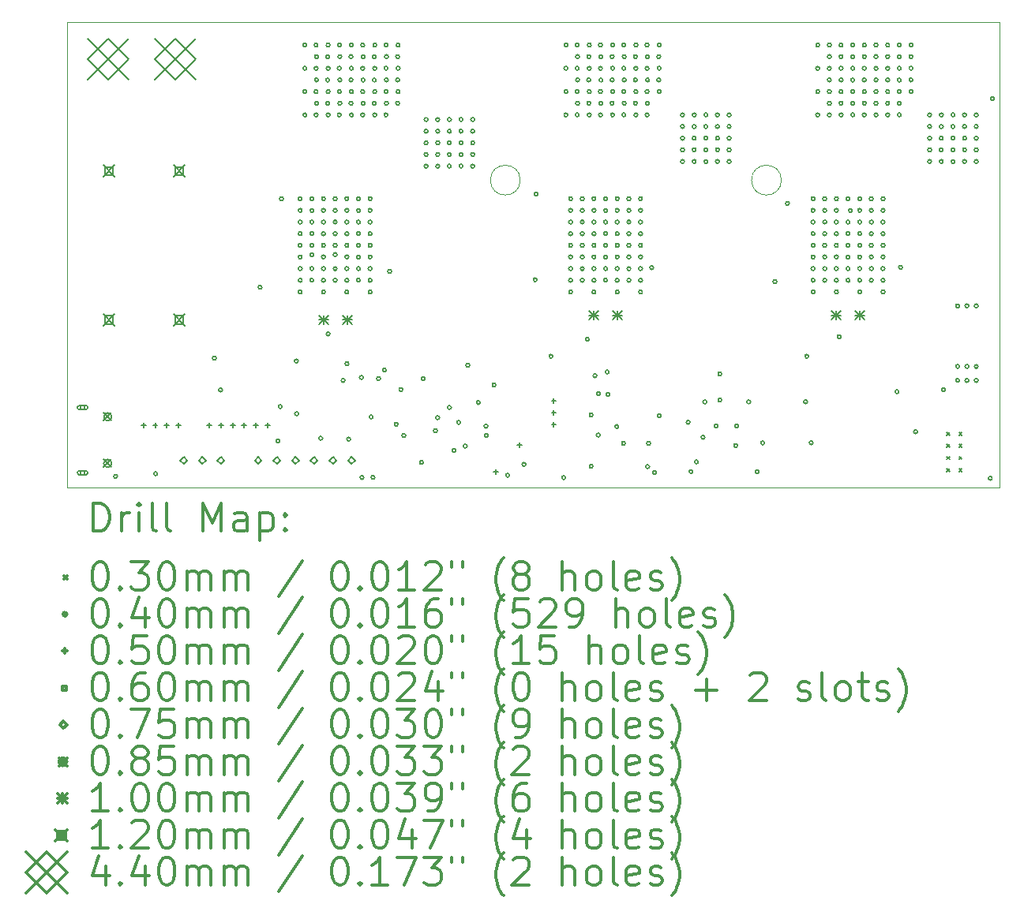
<source format=gbr>
%FSLAX45Y45*%
G04 Gerber Fmt 4.5, Leading zero omitted, Abs format (unit mm)*
G04 Created by KiCad (PCBNEW (5.1.2)-2) date 2020-08-31 16:13:47*
%MOMM*%
%LPD*%
G04 APERTURE LIST*
%ADD10C,0.050000*%
%ADD11C,0.200000*%
%ADD12C,0.300000*%
G04 APERTURE END LIST*
D10*
X11660000Y-4500000D02*
G75*
G03X11660000Y-4500000I-160000J0D01*
G01*
X8860000Y-4500000D02*
G75*
G03X8860000Y-4500000I-160000J0D01*
G01*
X4000000Y-7800000D02*
X4000000Y-2800000D01*
X14000000Y-7800000D02*
X4000000Y-7800000D01*
X14000000Y-2800000D02*
X14000000Y-7800000D01*
X4000000Y-2800000D02*
X14000000Y-2800000D01*
D11*
X13434000Y-7207000D02*
X13464000Y-7237000D01*
X13464000Y-7207000D02*
X13434000Y-7237000D01*
X13434000Y-7337000D02*
X13464000Y-7367000D01*
X13464000Y-7337000D02*
X13434000Y-7367000D01*
X13434000Y-7467000D02*
X13464000Y-7497000D01*
X13464000Y-7467000D02*
X13434000Y-7497000D01*
X13434000Y-7597000D02*
X13464000Y-7627000D01*
X13464000Y-7597000D02*
X13434000Y-7627000D01*
X13564000Y-7207000D02*
X13594000Y-7237000D01*
X13594000Y-7207000D02*
X13564000Y-7237000D01*
X13564000Y-7337000D02*
X13594000Y-7367000D01*
X13594000Y-7337000D02*
X13564000Y-7367000D01*
X13564000Y-7467000D02*
X13594000Y-7497000D01*
X13594000Y-7467000D02*
X13564000Y-7497000D01*
X13564000Y-7597000D02*
X13594000Y-7627000D01*
X13594000Y-7597000D02*
X13564000Y-7627000D01*
X4540000Y-7680000D02*
G75*
G03X4540000Y-7680000I-20000J0D01*
G01*
X4970000Y-7650000D02*
G75*
G03X4970000Y-7650000I-20000J0D01*
G01*
X5600000Y-6410000D02*
G75*
G03X5600000Y-6410000I-20000J0D01*
G01*
X5666000Y-6752500D02*
G75*
G03X5666000Y-6752500I-20000J0D01*
G01*
X6090000Y-5650000D02*
G75*
G03X6090000Y-5650000I-20000J0D01*
G01*
X6280000Y-7300000D02*
G75*
G03X6280000Y-7300000I-20000J0D01*
G01*
X6306699Y-6930567D02*
G75*
G03X6306699Y-6930567I-20000J0D01*
G01*
X6320000Y-4700000D02*
G75*
G03X6320000Y-4700000I-20000J0D01*
G01*
X6479250Y-6440750D02*
G75*
G03X6479250Y-6440750I-20000J0D01*
G01*
X6482058Y-7007007D02*
G75*
G03X6482058Y-7007007I-20000J0D01*
G01*
X6520000Y-4700000D02*
G75*
G03X6520000Y-4700000I-20000J0D01*
G01*
X6520000Y-4825000D02*
G75*
G03X6520000Y-4825000I-20000J0D01*
G01*
X6520000Y-4950000D02*
G75*
G03X6520000Y-4950000I-20000J0D01*
G01*
X6520000Y-5075000D02*
G75*
G03X6520000Y-5075000I-20000J0D01*
G01*
X6520000Y-5200000D02*
G75*
G03X6520000Y-5200000I-20000J0D01*
G01*
X6520000Y-5325000D02*
G75*
G03X6520000Y-5325000I-20000J0D01*
G01*
X6520000Y-5450000D02*
G75*
G03X6520000Y-5450000I-20000J0D01*
G01*
X6520000Y-5575000D02*
G75*
G03X6520000Y-5575000I-20000J0D01*
G01*
X6520000Y-5700000D02*
G75*
G03X6520000Y-5700000I-20000J0D01*
G01*
X6570000Y-3050000D02*
G75*
G03X6570000Y-3050000I-20000J0D01*
G01*
X6570000Y-3300000D02*
G75*
G03X6570000Y-3300000I-20000J0D01*
G01*
X6570000Y-3550000D02*
G75*
G03X6570000Y-3550000I-20000J0D01*
G01*
X6570000Y-3800000D02*
G75*
G03X6570000Y-3800000I-20000J0D01*
G01*
X6645000Y-4700000D02*
G75*
G03X6645000Y-4700000I-20000J0D01*
G01*
X6645000Y-4825000D02*
G75*
G03X6645000Y-4825000I-20000J0D01*
G01*
X6645000Y-4950000D02*
G75*
G03X6645000Y-4950000I-20000J0D01*
G01*
X6645000Y-5075000D02*
G75*
G03X6645000Y-5075000I-20000J0D01*
G01*
X6645000Y-5200000D02*
G75*
G03X6645000Y-5200000I-20000J0D01*
G01*
X6645000Y-5300000D02*
G75*
G03X6645000Y-5300000I-20000J0D01*
G01*
X6645000Y-5450000D02*
G75*
G03X6645000Y-5450000I-20000J0D01*
G01*
X6645000Y-5575000D02*
G75*
G03X6645000Y-5575000I-20000J0D01*
G01*
X6690000Y-3050000D02*
G75*
G03X6690000Y-3050000I-20000J0D01*
G01*
X6690000Y-3300000D02*
G75*
G03X6690000Y-3300000I-20000J0D01*
G01*
X6690000Y-3550000D02*
G75*
G03X6690000Y-3550000I-20000J0D01*
G01*
X6690000Y-3800000D02*
G75*
G03X6690000Y-3800000I-20000J0D01*
G01*
X6695000Y-3175000D02*
G75*
G03X6695000Y-3175000I-20000J0D01*
G01*
X6695000Y-3425000D02*
G75*
G03X6695000Y-3425000I-20000J0D01*
G01*
X6695000Y-3675000D02*
G75*
G03X6695000Y-3675000I-20000J0D01*
G01*
X6740000Y-7270000D02*
G75*
G03X6740000Y-7270000I-20000J0D01*
G01*
X6770000Y-4700000D02*
G75*
G03X6770000Y-4700000I-20000J0D01*
G01*
X6770000Y-4825000D02*
G75*
G03X6770000Y-4825000I-20000J0D01*
G01*
X6770000Y-4950000D02*
G75*
G03X6770000Y-4950000I-20000J0D01*
G01*
X6770000Y-5075000D02*
G75*
G03X6770000Y-5075000I-20000J0D01*
G01*
X6770000Y-5200000D02*
G75*
G03X6770000Y-5200000I-20000J0D01*
G01*
X6770000Y-5325000D02*
G75*
G03X6770000Y-5325000I-20000J0D01*
G01*
X6770000Y-5450000D02*
G75*
G03X6770000Y-5450000I-20000J0D01*
G01*
X6770000Y-5575000D02*
G75*
G03X6770000Y-5575000I-20000J0D01*
G01*
X6770000Y-5700000D02*
G75*
G03X6770000Y-5700000I-20000J0D01*
G01*
X6815000Y-3175000D02*
G75*
G03X6815000Y-3175000I-20000J0D01*
G01*
X6815000Y-3425000D02*
G75*
G03X6815000Y-3425000I-20000J0D01*
G01*
X6815000Y-3675000D02*
G75*
G03X6815000Y-3675000I-20000J0D01*
G01*
X6820000Y-3050000D02*
G75*
G03X6820000Y-3050000I-20000J0D01*
G01*
X6820000Y-3300000D02*
G75*
G03X6820000Y-3300000I-20000J0D01*
G01*
X6820000Y-3550000D02*
G75*
G03X6820000Y-3550000I-20000J0D01*
G01*
X6820000Y-3800000D02*
G75*
G03X6820000Y-3800000I-20000J0D01*
G01*
X6820000Y-6150000D02*
G75*
G03X6820000Y-6150000I-20000J0D01*
G01*
X6895000Y-4700000D02*
G75*
G03X6895000Y-4700000I-20000J0D01*
G01*
X6895000Y-4700000D02*
G75*
G03X6895000Y-4700000I-20000J0D01*
G01*
X6895000Y-4825000D02*
G75*
G03X6895000Y-4825000I-20000J0D01*
G01*
X6895000Y-4950000D02*
G75*
G03X6895000Y-4950000I-20000J0D01*
G01*
X6895000Y-5075000D02*
G75*
G03X6895000Y-5075000I-20000J0D01*
G01*
X6895000Y-5200000D02*
G75*
G03X6895000Y-5200000I-20000J0D01*
G01*
X6895000Y-5300000D02*
G75*
G03X6895000Y-5300000I-20000J0D01*
G01*
X6895000Y-5450000D02*
G75*
G03X6895000Y-5450000I-20000J0D01*
G01*
X6895000Y-5575000D02*
G75*
G03X6895000Y-5575000I-20000J0D01*
G01*
X6940000Y-3050000D02*
G75*
G03X6940000Y-3050000I-20000J0D01*
G01*
X6940000Y-3300000D02*
G75*
G03X6940000Y-3300000I-20000J0D01*
G01*
X6940000Y-3550000D02*
G75*
G03X6940000Y-3550000I-20000J0D01*
G01*
X6940000Y-3800000D02*
G75*
G03X6940000Y-3800000I-20000J0D01*
G01*
X6945000Y-3175000D02*
G75*
G03X6945000Y-3175000I-20000J0D01*
G01*
X6945000Y-3425000D02*
G75*
G03X6945000Y-3425000I-20000J0D01*
G01*
X6945000Y-3675000D02*
G75*
G03X6945000Y-3675000I-20000J0D01*
G01*
X6980000Y-6650367D02*
G75*
G03X6980000Y-6650367I-20000J0D01*
G01*
X7020000Y-4700000D02*
G75*
G03X7020000Y-4700000I-20000J0D01*
G01*
X7020000Y-4825000D02*
G75*
G03X7020000Y-4825000I-20000J0D01*
G01*
X7020000Y-4950000D02*
G75*
G03X7020000Y-4950000I-20000J0D01*
G01*
X7020000Y-5075000D02*
G75*
G03X7020000Y-5075000I-20000J0D01*
G01*
X7020000Y-5200000D02*
G75*
G03X7020000Y-5200000I-20000J0D01*
G01*
X7020000Y-5325000D02*
G75*
G03X7020000Y-5325000I-20000J0D01*
G01*
X7020000Y-5450000D02*
G75*
G03X7020000Y-5450000I-20000J0D01*
G01*
X7020000Y-5575000D02*
G75*
G03X7020000Y-5575000I-20000J0D01*
G01*
X7020000Y-5700000D02*
G75*
G03X7020000Y-5700000I-20000J0D01*
G01*
X7020730Y-6470363D02*
G75*
G03X7020730Y-6470363I-20000J0D01*
G01*
X7040000Y-7280000D02*
G75*
G03X7040000Y-7280000I-20000J0D01*
G01*
X7065000Y-3175000D02*
G75*
G03X7065000Y-3175000I-20000J0D01*
G01*
X7065000Y-3425000D02*
G75*
G03X7065000Y-3425000I-20000J0D01*
G01*
X7065000Y-3675000D02*
G75*
G03X7065000Y-3675000I-20000J0D01*
G01*
X7070000Y-3050000D02*
G75*
G03X7070000Y-3050000I-20000J0D01*
G01*
X7070000Y-3300000D02*
G75*
G03X7070000Y-3300000I-20000J0D01*
G01*
X7070000Y-3550000D02*
G75*
G03X7070000Y-3550000I-20000J0D01*
G01*
X7070000Y-3800000D02*
G75*
G03X7070000Y-3800000I-20000J0D01*
G01*
X7145000Y-4700000D02*
G75*
G03X7145000Y-4700000I-20000J0D01*
G01*
X7145000Y-4825000D02*
G75*
G03X7145000Y-4825000I-20000J0D01*
G01*
X7145000Y-4950000D02*
G75*
G03X7145000Y-4950000I-20000J0D01*
G01*
X7145000Y-5075000D02*
G75*
G03X7145000Y-5075000I-20000J0D01*
G01*
X7145000Y-5200000D02*
G75*
G03X7145000Y-5200000I-20000J0D01*
G01*
X7145000Y-5325000D02*
G75*
G03X7145000Y-5325000I-20000J0D01*
G01*
X7145000Y-5450000D02*
G75*
G03X7145000Y-5450000I-20000J0D01*
G01*
X7145000Y-5575000D02*
G75*
G03X7145000Y-5575000I-20000J0D01*
G01*
X7175446Y-6618027D02*
G75*
G03X7175446Y-6618027I-20000J0D01*
G01*
X7182499Y-7692497D02*
G75*
G03X7182499Y-7692497I-20000J0D01*
G01*
X7190000Y-3050000D02*
G75*
G03X7190000Y-3050000I-20000J0D01*
G01*
X7190000Y-3300000D02*
G75*
G03X7190000Y-3300000I-20000J0D01*
G01*
X7190000Y-3550000D02*
G75*
G03X7190000Y-3550000I-20000J0D01*
G01*
X7190000Y-3800000D02*
G75*
G03X7190000Y-3800000I-20000J0D01*
G01*
X7195000Y-3175000D02*
G75*
G03X7195000Y-3175000I-20000J0D01*
G01*
X7195000Y-3425000D02*
G75*
G03X7195000Y-3425000I-20000J0D01*
G01*
X7195000Y-3675000D02*
G75*
G03X7195000Y-3675000I-20000J0D01*
G01*
X7270000Y-4700000D02*
G75*
G03X7270000Y-4700000I-20000J0D01*
G01*
X7270000Y-4825000D02*
G75*
G03X7270000Y-4825000I-20000J0D01*
G01*
X7270000Y-4950000D02*
G75*
G03X7270000Y-4950000I-20000J0D01*
G01*
X7270000Y-5075000D02*
G75*
G03X7270000Y-5075000I-20000J0D01*
G01*
X7270000Y-5200000D02*
G75*
G03X7270000Y-5200000I-20000J0D01*
G01*
X7270000Y-5325000D02*
G75*
G03X7270000Y-5325000I-20000J0D01*
G01*
X7270000Y-5450000D02*
G75*
G03X7270000Y-5450000I-20000J0D01*
G01*
X7270000Y-5575000D02*
G75*
G03X7270000Y-5575000I-20000J0D01*
G01*
X7270000Y-5700000D02*
G75*
G03X7270000Y-5700000I-20000J0D01*
G01*
X7280000Y-7042508D02*
G75*
G03X7280000Y-7042508I-20000J0D01*
G01*
X7300000Y-7690000D02*
G75*
G03X7300000Y-7690000I-20000J0D01*
G01*
X7315000Y-3175000D02*
G75*
G03X7315000Y-3175000I-20000J0D01*
G01*
X7315000Y-3425000D02*
G75*
G03X7315000Y-3425000I-20000J0D01*
G01*
X7315000Y-3675000D02*
G75*
G03X7315000Y-3675000I-20000J0D01*
G01*
X7320000Y-3050000D02*
G75*
G03X7320000Y-3050000I-20000J0D01*
G01*
X7320000Y-3300000D02*
G75*
G03X7320000Y-3300000I-20000J0D01*
G01*
X7320000Y-3550000D02*
G75*
G03X7320000Y-3550000I-20000J0D01*
G01*
X7320000Y-3800000D02*
G75*
G03X7320000Y-3800000I-20000J0D01*
G01*
X7360000Y-6630000D02*
G75*
G03X7360000Y-6630000I-20000J0D01*
G01*
X7422842Y-6539641D02*
G75*
G03X7422842Y-6539641I-20000J0D01*
G01*
X7440000Y-3050000D02*
G75*
G03X7440000Y-3050000I-20000J0D01*
G01*
X7440000Y-3300000D02*
G75*
G03X7440000Y-3300000I-20000J0D01*
G01*
X7440000Y-3550000D02*
G75*
G03X7440000Y-3550000I-20000J0D01*
G01*
X7440000Y-3800000D02*
G75*
G03X7440000Y-3800000I-20000J0D01*
G01*
X7445000Y-3175000D02*
G75*
G03X7445000Y-3175000I-20000J0D01*
G01*
X7445000Y-3425000D02*
G75*
G03X7445000Y-3425000I-20000J0D01*
G01*
X7445000Y-3425000D02*
G75*
G03X7445000Y-3425000I-20000J0D01*
G01*
X7445000Y-3675000D02*
G75*
G03X7445000Y-3675000I-20000J0D01*
G01*
X7478508Y-5480000D02*
G75*
G03X7478508Y-5480000I-20000J0D01*
G01*
X7550000Y-7120006D02*
G75*
G03X7550000Y-7120006I-20000J0D01*
G01*
X7565000Y-3175000D02*
G75*
G03X7565000Y-3175000I-20000J0D01*
G01*
X7565000Y-3425000D02*
G75*
G03X7565000Y-3425000I-20000J0D01*
G01*
X7565000Y-3425000D02*
G75*
G03X7565000Y-3425000I-20000J0D01*
G01*
X7565000Y-3675000D02*
G75*
G03X7565000Y-3675000I-20000J0D01*
G01*
X7570000Y-3050000D02*
G75*
G03X7570000Y-3050000I-20000J0D01*
G01*
X7570000Y-3300000D02*
G75*
G03X7570000Y-3300000I-20000J0D01*
G01*
X7570000Y-3550000D02*
G75*
G03X7570000Y-3550000I-20000J0D01*
G01*
X7600000Y-6747494D02*
G75*
G03X7600000Y-6747494I-20000J0D01*
G01*
X7631220Y-7241315D02*
G75*
G03X7631220Y-7241315I-20000J0D01*
G01*
X7820000Y-7530000D02*
G75*
G03X7820000Y-7530000I-20000J0D01*
G01*
X7840000Y-6630003D02*
G75*
G03X7840000Y-6630003I-20000J0D01*
G01*
X7870000Y-3850000D02*
G75*
G03X7870000Y-3850000I-20000J0D01*
G01*
X7870000Y-3975000D02*
G75*
G03X7870000Y-3975000I-20000J0D01*
G01*
X7870000Y-4100000D02*
G75*
G03X7870000Y-4100000I-20000J0D01*
G01*
X7870000Y-4225000D02*
G75*
G03X7870000Y-4225000I-20000J0D01*
G01*
X7870000Y-4350000D02*
G75*
G03X7870000Y-4350000I-20000J0D01*
G01*
X7970000Y-7190000D02*
G75*
G03X7970000Y-7190000I-20000J0D01*
G01*
X7995000Y-3850000D02*
G75*
G03X7995000Y-3850000I-20000J0D01*
G01*
X7995000Y-3975000D02*
G75*
G03X7995000Y-3975000I-20000J0D01*
G01*
X7995000Y-4100000D02*
G75*
G03X7995000Y-4100000I-20000J0D01*
G01*
X7995000Y-4225000D02*
G75*
G03X7995000Y-4225000I-20000J0D01*
G01*
X7995000Y-4350000D02*
G75*
G03X7995000Y-4350000I-20000J0D01*
G01*
X7995000Y-7050000D02*
G75*
G03X7995000Y-7050000I-20000J0D01*
G01*
X8120000Y-3850000D02*
G75*
G03X8120000Y-3850000I-20000J0D01*
G01*
X8120000Y-3975000D02*
G75*
G03X8120000Y-3975000I-20000J0D01*
G01*
X8120000Y-4100000D02*
G75*
G03X8120000Y-4100000I-20000J0D01*
G01*
X8120000Y-4225000D02*
G75*
G03X8120000Y-4225000I-20000J0D01*
G01*
X8120000Y-4350000D02*
G75*
G03X8120000Y-4350000I-20000J0D01*
G01*
X8120000Y-6940000D02*
G75*
G03X8120000Y-6940000I-20000J0D01*
G01*
X8170000Y-7400000D02*
G75*
G03X8170000Y-7400000I-20000J0D01*
G01*
X8220000Y-7100000D02*
G75*
G03X8220000Y-7100000I-20000J0D01*
G01*
X8245000Y-3850000D02*
G75*
G03X8245000Y-3850000I-20000J0D01*
G01*
X8245000Y-3975000D02*
G75*
G03X8245000Y-3975000I-20000J0D01*
G01*
X8245000Y-4100000D02*
G75*
G03X8245000Y-4100000I-20000J0D01*
G01*
X8245000Y-4225000D02*
G75*
G03X8245000Y-4225000I-20000J0D01*
G01*
X8245000Y-4350000D02*
G75*
G03X8245000Y-4350000I-20000J0D01*
G01*
X8289731Y-7354852D02*
G75*
G03X8289731Y-7354852I-20000J0D01*
G01*
X8318563Y-6486485D02*
G75*
G03X8318563Y-6486485I-20000J0D01*
G01*
X8370000Y-3850000D02*
G75*
G03X8370000Y-3850000I-20000J0D01*
G01*
X8370000Y-3975000D02*
G75*
G03X8370000Y-3975000I-20000J0D01*
G01*
X8370000Y-4100000D02*
G75*
G03X8370000Y-4100000I-20000J0D01*
G01*
X8370000Y-4225000D02*
G75*
G03X8370000Y-4225000I-20000J0D01*
G01*
X8370000Y-4350000D02*
G75*
G03X8370000Y-4350000I-20000J0D01*
G01*
X8430897Y-6887500D02*
G75*
G03X8430897Y-6887500I-20000J0D01*
G01*
X8512235Y-7141216D02*
G75*
G03X8512235Y-7141216I-20000J0D01*
G01*
X8515268Y-7241171D02*
G75*
G03X8515268Y-7241171I-20000J0D01*
G01*
X8598734Y-6698734D02*
G75*
G03X8598734Y-6698734I-20000J0D01*
G01*
X8745302Y-7667124D02*
G75*
G03X8745302Y-7667124I-20000J0D01*
G01*
X8920000Y-7551248D02*
G75*
G03X8920000Y-7551248I-20000J0D01*
G01*
X9040000Y-5570000D02*
G75*
G03X9040000Y-5570000I-20000J0D01*
G01*
X9050000Y-4650000D02*
G75*
G03X9050000Y-4650000I-20000J0D01*
G01*
X9209250Y-6390750D02*
G75*
G03X9209250Y-6390750I-20000J0D01*
G01*
X9345000Y-7692497D02*
G75*
G03X9345000Y-7692497I-20000J0D01*
G01*
X9370000Y-3050000D02*
G75*
G03X9370000Y-3050000I-20000J0D01*
G01*
X9370000Y-3300000D02*
G75*
G03X9370000Y-3300000I-20000J0D01*
G01*
X9370000Y-3550000D02*
G75*
G03X9370000Y-3550000I-20000J0D01*
G01*
X9370000Y-3800000D02*
G75*
G03X9370000Y-3800000I-20000J0D01*
G01*
X9420000Y-4700000D02*
G75*
G03X9420000Y-4700000I-20000J0D01*
G01*
X9420000Y-4825000D02*
G75*
G03X9420000Y-4825000I-20000J0D01*
G01*
X9420000Y-4950000D02*
G75*
G03X9420000Y-4950000I-20000J0D01*
G01*
X9420000Y-5075000D02*
G75*
G03X9420000Y-5075000I-20000J0D01*
G01*
X9420000Y-5200000D02*
G75*
G03X9420000Y-5200000I-20000J0D01*
G01*
X9420000Y-5325000D02*
G75*
G03X9420000Y-5325000I-20000J0D01*
G01*
X9420000Y-5450000D02*
G75*
G03X9420000Y-5450000I-20000J0D01*
G01*
X9420000Y-5575000D02*
G75*
G03X9420000Y-5575000I-20000J0D01*
G01*
X9420000Y-5700000D02*
G75*
G03X9420000Y-5700000I-20000J0D01*
G01*
X9490000Y-3050000D02*
G75*
G03X9490000Y-3050000I-20000J0D01*
G01*
X9490000Y-3300000D02*
G75*
G03X9490000Y-3300000I-20000J0D01*
G01*
X9490000Y-3550000D02*
G75*
G03X9490000Y-3550000I-20000J0D01*
G01*
X9490000Y-3800000D02*
G75*
G03X9490000Y-3800000I-20000J0D01*
G01*
X9495000Y-3175000D02*
G75*
G03X9495000Y-3175000I-20000J0D01*
G01*
X9495000Y-3425000D02*
G75*
G03X9495000Y-3425000I-20000J0D01*
G01*
X9495000Y-3675000D02*
G75*
G03X9495000Y-3675000I-20000J0D01*
G01*
X9545000Y-4700000D02*
G75*
G03X9545000Y-4700000I-20000J0D01*
G01*
X9545000Y-4825000D02*
G75*
G03X9545000Y-4825000I-20000J0D01*
G01*
X9545000Y-4950000D02*
G75*
G03X9545000Y-4950000I-20000J0D01*
G01*
X9545000Y-5075000D02*
G75*
G03X9545000Y-5075000I-20000J0D01*
G01*
X9545000Y-5200000D02*
G75*
G03X9545000Y-5200000I-20000J0D01*
G01*
X9545000Y-5325000D02*
G75*
G03X9545000Y-5325000I-20000J0D01*
G01*
X9545000Y-5450000D02*
G75*
G03X9545000Y-5450000I-20000J0D01*
G01*
X9545000Y-5575000D02*
G75*
G03X9545000Y-5575000I-20000J0D01*
G01*
X9600000Y-6210000D02*
G75*
G03X9600000Y-6210000I-20000J0D01*
G01*
X9615000Y-3175000D02*
G75*
G03X9615000Y-3175000I-20000J0D01*
G01*
X9615000Y-3425000D02*
G75*
G03X9615000Y-3425000I-20000J0D01*
G01*
X9615000Y-3675000D02*
G75*
G03X9615000Y-3675000I-20000J0D01*
G01*
X9620000Y-3050000D02*
G75*
G03X9620000Y-3050000I-20000J0D01*
G01*
X9620000Y-3300000D02*
G75*
G03X9620000Y-3300000I-20000J0D01*
G01*
X9620000Y-3550000D02*
G75*
G03X9620000Y-3550000I-20000J0D01*
G01*
X9620000Y-3800000D02*
G75*
G03X9620000Y-3800000I-20000J0D01*
G01*
X9640000Y-7020000D02*
G75*
G03X9640000Y-7020000I-20000J0D01*
G01*
X9640000Y-7571249D02*
G75*
G03X9640000Y-7571249I-20000J0D01*
G01*
X9670000Y-4700000D02*
G75*
G03X9670000Y-4700000I-20000J0D01*
G01*
X9670000Y-4825000D02*
G75*
G03X9670000Y-4825000I-20000J0D01*
G01*
X9670000Y-4950000D02*
G75*
G03X9670000Y-4950000I-20000J0D01*
G01*
X9670000Y-5075000D02*
G75*
G03X9670000Y-5075000I-20000J0D01*
G01*
X9670000Y-5200000D02*
G75*
G03X9670000Y-5200000I-20000J0D01*
G01*
X9670000Y-5325000D02*
G75*
G03X9670000Y-5325000I-20000J0D01*
G01*
X9670000Y-5450000D02*
G75*
G03X9670000Y-5450000I-20000J0D01*
G01*
X9670000Y-5575000D02*
G75*
G03X9670000Y-5575000I-20000J0D01*
G01*
X9670000Y-5700000D02*
G75*
G03X9670000Y-5700000I-20000J0D01*
G01*
X9680763Y-6599996D02*
G75*
G03X9680763Y-6599996I-20000J0D01*
G01*
X9716737Y-7236737D02*
G75*
G03X9716737Y-7236737I-20000J0D01*
G01*
X9720000Y-6790001D02*
G75*
G03X9720000Y-6790001I-20000J0D01*
G01*
X9740000Y-3050000D02*
G75*
G03X9740000Y-3050000I-20000J0D01*
G01*
X9740000Y-3300000D02*
G75*
G03X9740000Y-3300000I-20000J0D01*
G01*
X9740000Y-3550000D02*
G75*
G03X9740000Y-3550000I-20000J0D01*
G01*
X9740000Y-3800000D02*
G75*
G03X9740000Y-3800000I-20000J0D01*
G01*
X9745000Y-3175000D02*
G75*
G03X9745000Y-3175000I-20000J0D01*
G01*
X9745000Y-3425000D02*
G75*
G03X9745000Y-3425000I-20000J0D01*
G01*
X9745000Y-3675000D02*
G75*
G03X9745000Y-3675000I-20000J0D01*
G01*
X9795000Y-4700000D02*
G75*
G03X9795000Y-4700000I-20000J0D01*
G01*
X9795000Y-4700000D02*
G75*
G03X9795000Y-4700000I-20000J0D01*
G01*
X9795000Y-4825000D02*
G75*
G03X9795000Y-4825000I-20000J0D01*
G01*
X9795000Y-4950000D02*
G75*
G03X9795000Y-4950000I-20000J0D01*
G01*
X9795000Y-5075000D02*
G75*
G03X9795000Y-5075000I-20000J0D01*
G01*
X9795000Y-5200000D02*
G75*
G03X9795000Y-5200000I-20000J0D01*
G01*
X9795000Y-5325000D02*
G75*
G03X9795000Y-5325000I-20000J0D01*
G01*
X9795000Y-5450000D02*
G75*
G03X9795000Y-5450000I-20000J0D01*
G01*
X9795000Y-5575000D02*
G75*
G03X9795000Y-5575000I-20000J0D01*
G01*
X9812636Y-6557970D02*
G75*
G03X9812636Y-6557970I-20000J0D01*
G01*
X9819247Y-6802261D02*
G75*
G03X9819247Y-6802261I-20000J0D01*
G01*
X9865000Y-3175000D02*
G75*
G03X9865000Y-3175000I-20000J0D01*
G01*
X9865000Y-3425000D02*
G75*
G03X9865000Y-3425000I-20000J0D01*
G01*
X9865000Y-3675000D02*
G75*
G03X9865000Y-3675000I-20000J0D01*
G01*
X9870000Y-3050000D02*
G75*
G03X9870000Y-3050000I-20000J0D01*
G01*
X9870000Y-3300000D02*
G75*
G03X9870000Y-3300000I-20000J0D01*
G01*
X9870000Y-3550000D02*
G75*
G03X9870000Y-3550000I-20000J0D01*
G01*
X9870000Y-3800000D02*
G75*
G03X9870000Y-3800000I-20000J0D01*
G01*
X9915000Y-7145000D02*
G75*
G03X9915000Y-7145000I-20000J0D01*
G01*
X9920000Y-4700000D02*
G75*
G03X9920000Y-4700000I-20000J0D01*
G01*
X9920000Y-4825000D02*
G75*
G03X9920000Y-4825000I-20000J0D01*
G01*
X9920000Y-4950000D02*
G75*
G03X9920000Y-4950000I-20000J0D01*
G01*
X9920000Y-5075000D02*
G75*
G03X9920000Y-5075000I-20000J0D01*
G01*
X9920000Y-5200000D02*
G75*
G03X9920000Y-5200000I-20000J0D01*
G01*
X9920000Y-5325000D02*
G75*
G03X9920000Y-5325000I-20000J0D01*
G01*
X9920000Y-5450000D02*
G75*
G03X9920000Y-5450000I-20000J0D01*
G01*
X9920000Y-5575000D02*
G75*
G03X9920000Y-5575000I-20000J0D01*
G01*
X9920000Y-5700000D02*
G75*
G03X9920000Y-5700000I-20000J0D01*
G01*
X9987500Y-7325000D02*
G75*
G03X9987500Y-7325000I-20000J0D01*
G01*
X9990000Y-3050000D02*
G75*
G03X9990000Y-3050000I-20000J0D01*
G01*
X9990000Y-3300000D02*
G75*
G03X9990000Y-3300000I-20000J0D01*
G01*
X9990000Y-3550000D02*
G75*
G03X9990000Y-3550000I-20000J0D01*
G01*
X9990000Y-3800000D02*
G75*
G03X9990000Y-3800000I-20000J0D01*
G01*
X9995000Y-3175000D02*
G75*
G03X9995000Y-3175000I-20000J0D01*
G01*
X9995000Y-3425000D02*
G75*
G03X9995000Y-3425000I-20000J0D01*
G01*
X9995000Y-3675000D02*
G75*
G03X9995000Y-3675000I-20000J0D01*
G01*
X10045000Y-4700000D02*
G75*
G03X10045000Y-4700000I-20000J0D01*
G01*
X10045000Y-4825000D02*
G75*
G03X10045000Y-4825000I-20000J0D01*
G01*
X10045000Y-4950000D02*
G75*
G03X10045000Y-4950000I-20000J0D01*
G01*
X10045000Y-5075000D02*
G75*
G03X10045000Y-5075000I-20000J0D01*
G01*
X10045000Y-5200000D02*
G75*
G03X10045000Y-5200000I-20000J0D01*
G01*
X10045000Y-5325000D02*
G75*
G03X10045000Y-5325000I-20000J0D01*
G01*
X10045000Y-5450000D02*
G75*
G03X10045000Y-5450000I-20000J0D01*
G01*
X10045000Y-5575000D02*
G75*
G03X10045000Y-5575000I-20000J0D01*
G01*
X10115000Y-3175000D02*
G75*
G03X10115000Y-3175000I-20000J0D01*
G01*
X10115000Y-3425000D02*
G75*
G03X10115000Y-3425000I-20000J0D01*
G01*
X10115000Y-3675000D02*
G75*
G03X10115000Y-3675000I-20000J0D01*
G01*
X10120000Y-3050000D02*
G75*
G03X10120000Y-3050000I-20000J0D01*
G01*
X10120000Y-3300000D02*
G75*
G03X10120000Y-3300000I-20000J0D01*
G01*
X10120000Y-3550000D02*
G75*
G03X10120000Y-3550000I-20000J0D01*
G01*
X10120000Y-3800000D02*
G75*
G03X10120000Y-3800000I-20000J0D01*
G01*
X10170000Y-4700000D02*
G75*
G03X10170000Y-4700000I-20000J0D01*
G01*
X10170000Y-4825000D02*
G75*
G03X10170000Y-4825000I-20000J0D01*
G01*
X10170000Y-4950000D02*
G75*
G03X10170000Y-4950000I-20000J0D01*
G01*
X10170000Y-5075000D02*
G75*
G03X10170000Y-5075000I-20000J0D01*
G01*
X10170000Y-5200000D02*
G75*
G03X10170000Y-5200000I-20000J0D01*
G01*
X10170000Y-5325000D02*
G75*
G03X10170000Y-5325000I-20000J0D01*
G01*
X10170000Y-5450000D02*
G75*
G03X10170000Y-5450000I-20000J0D01*
G01*
X10170000Y-5575000D02*
G75*
G03X10170000Y-5575000I-20000J0D01*
G01*
X10170000Y-5700000D02*
G75*
G03X10170000Y-5700000I-20000J0D01*
G01*
X10240000Y-3050000D02*
G75*
G03X10240000Y-3050000I-20000J0D01*
G01*
X10240000Y-3300000D02*
G75*
G03X10240000Y-3300000I-20000J0D01*
G01*
X10240000Y-3550000D02*
G75*
G03X10240000Y-3550000I-20000J0D01*
G01*
X10240000Y-3800000D02*
G75*
G03X10240000Y-3800000I-20000J0D01*
G01*
X10245000Y-3175000D02*
G75*
G03X10245000Y-3175000I-20000J0D01*
G01*
X10245000Y-3425000D02*
G75*
G03X10245000Y-3425000I-20000J0D01*
G01*
X10245000Y-3675000D02*
G75*
G03X10245000Y-3675000I-20000J0D01*
G01*
X10245000Y-7575000D02*
G75*
G03X10245000Y-7575000I-20000J0D01*
G01*
X10257502Y-7325000D02*
G75*
G03X10257502Y-7325000I-20000J0D01*
G01*
X10290000Y-5440000D02*
G75*
G03X10290000Y-5440000I-20000J0D01*
G01*
X10320570Y-7640494D02*
G75*
G03X10320570Y-7640494I-20000J0D01*
G01*
X10365000Y-3175000D02*
G75*
G03X10365000Y-3175000I-20000J0D01*
G01*
X10365000Y-3425000D02*
G75*
G03X10365000Y-3425000I-20000J0D01*
G01*
X10365000Y-3425000D02*
G75*
G03X10365000Y-3425000I-20000J0D01*
G01*
X10370000Y-3050000D02*
G75*
G03X10370000Y-3050000I-20000J0D01*
G01*
X10370000Y-3300000D02*
G75*
G03X10370000Y-3300000I-20000J0D01*
G01*
X10370000Y-3550000D02*
G75*
G03X10370000Y-3550000I-20000J0D01*
G01*
X10370000Y-7030000D02*
G75*
G03X10370000Y-7030000I-20000J0D01*
G01*
X10620000Y-3800000D02*
G75*
G03X10620000Y-3800000I-20000J0D01*
G01*
X10620000Y-3925000D02*
G75*
G03X10620000Y-3925000I-20000J0D01*
G01*
X10620000Y-4050000D02*
G75*
G03X10620000Y-4050000I-20000J0D01*
G01*
X10620000Y-4175000D02*
G75*
G03X10620000Y-4175000I-20000J0D01*
G01*
X10620000Y-4300000D02*
G75*
G03X10620000Y-4300000I-20000J0D01*
G01*
X10680000Y-7100000D02*
G75*
G03X10680000Y-7100000I-20000J0D01*
G01*
X10710000Y-7627500D02*
G75*
G03X10710000Y-7627500I-20000J0D01*
G01*
X10745000Y-3800000D02*
G75*
G03X10745000Y-3800000I-20000J0D01*
G01*
X10745000Y-3925000D02*
G75*
G03X10745000Y-3925000I-20000J0D01*
G01*
X10745000Y-4050000D02*
G75*
G03X10745000Y-4050000I-20000J0D01*
G01*
X10745000Y-4175000D02*
G75*
G03X10745000Y-4175000I-20000J0D01*
G01*
X10745000Y-4300000D02*
G75*
G03X10745000Y-4300000I-20000J0D01*
G01*
X10770000Y-7525000D02*
G75*
G03X10770000Y-7525000I-20000J0D01*
G01*
X10840000Y-7260000D02*
G75*
G03X10840000Y-7260000I-20000J0D01*
G01*
X10860000Y-6880000D02*
G75*
G03X10860000Y-6880000I-20000J0D01*
G01*
X10870000Y-3800000D02*
G75*
G03X10870000Y-3800000I-20000J0D01*
G01*
X10870000Y-3925000D02*
G75*
G03X10870000Y-3925000I-20000J0D01*
G01*
X10870000Y-4050000D02*
G75*
G03X10870000Y-4050000I-20000J0D01*
G01*
X10870000Y-4175000D02*
G75*
G03X10870000Y-4175000I-20000J0D01*
G01*
X10870000Y-4300000D02*
G75*
G03X10870000Y-4300000I-20000J0D01*
G01*
X10980000Y-7140000D02*
G75*
G03X10980000Y-7140000I-20000J0D01*
G01*
X10995000Y-3800000D02*
G75*
G03X10995000Y-3800000I-20000J0D01*
G01*
X10995000Y-3925000D02*
G75*
G03X10995000Y-3925000I-20000J0D01*
G01*
X10995000Y-4050000D02*
G75*
G03X10995000Y-4050000I-20000J0D01*
G01*
X10995000Y-4175000D02*
G75*
G03X10995000Y-4175000I-20000J0D01*
G01*
X10995000Y-4300000D02*
G75*
G03X10995000Y-4300000I-20000J0D01*
G01*
X11020000Y-6580000D02*
G75*
G03X11020000Y-6580000I-20000J0D01*
G01*
X11020000Y-6860004D02*
G75*
G03X11020000Y-6860004I-20000J0D01*
G01*
X11120000Y-3800000D02*
G75*
G03X11120000Y-3800000I-20000J0D01*
G01*
X11120000Y-3925000D02*
G75*
G03X11120000Y-3925000I-20000J0D01*
G01*
X11120000Y-4050000D02*
G75*
G03X11120000Y-4050000I-20000J0D01*
G01*
X11120000Y-4175000D02*
G75*
G03X11120000Y-4175000I-20000J0D01*
G01*
X11120000Y-4300000D02*
G75*
G03X11120000Y-4300000I-20000J0D01*
G01*
X11190000Y-7350000D02*
G75*
G03X11190000Y-7350000I-20000J0D01*
G01*
X11200000Y-7140000D02*
G75*
G03X11200000Y-7140000I-20000J0D01*
G01*
X11330000Y-6880000D02*
G75*
G03X11330000Y-6880000I-20000J0D01*
G01*
X11420000Y-7630000D02*
G75*
G03X11420000Y-7630000I-20000J0D01*
G01*
X11480000Y-7320000D02*
G75*
G03X11480000Y-7320000I-20000J0D01*
G01*
X11610000Y-5590000D02*
G75*
G03X11610000Y-5590000I-20000J0D01*
G01*
X11745000Y-4750000D02*
G75*
G03X11745000Y-4750000I-20000J0D01*
G01*
X11940000Y-6880000D02*
G75*
G03X11940000Y-6880000I-20000J0D01*
G01*
X11952573Y-6390750D02*
G75*
G03X11952573Y-6390750I-20000J0D01*
G01*
X12000000Y-7320000D02*
G75*
G03X12000000Y-7320000I-20000J0D01*
G01*
X12020000Y-4700000D02*
G75*
G03X12020000Y-4700000I-20000J0D01*
G01*
X12020000Y-4825000D02*
G75*
G03X12020000Y-4825000I-20000J0D01*
G01*
X12020000Y-4950000D02*
G75*
G03X12020000Y-4950000I-20000J0D01*
G01*
X12020000Y-5075000D02*
G75*
G03X12020000Y-5075000I-20000J0D01*
G01*
X12020000Y-5200000D02*
G75*
G03X12020000Y-5200000I-20000J0D01*
G01*
X12020000Y-5325000D02*
G75*
G03X12020000Y-5325000I-20000J0D01*
G01*
X12020000Y-5450000D02*
G75*
G03X12020000Y-5450000I-20000J0D01*
G01*
X12020000Y-5575000D02*
G75*
G03X12020000Y-5575000I-20000J0D01*
G01*
X12020000Y-5700000D02*
G75*
G03X12020000Y-5700000I-20000J0D01*
G01*
X12070000Y-3050000D02*
G75*
G03X12070000Y-3050000I-20000J0D01*
G01*
X12070000Y-3300000D02*
G75*
G03X12070000Y-3300000I-20000J0D01*
G01*
X12070000Y-3550000D02*
G75*
G03X12070000Y-3550000I-20000J0D01*
G01*
X12070000Y-3800000D02*
G75*
G03X12070000Y-3800000I-20000J0D01*
G01*
X12145000Y-4700000D02*
G75*
G03X12145000Y-4700000I-20000J0D01*
G01*
X12145000Y-4825000D02*
G75*
G03X12145000Y-4825000I-20000J0D01*
G01*
X12145000Y-4950000D02*
G75*
G03X12145000Y-4950000I-20000J0D01*
G01*
X12145000Y-5075000D02*
G75*
G03X12145000Y-5075000I-20000J0D01*
G01*
X12145000Y-5200000D02*
G75*
G03X12145000Y-5200000I-20000J0D01*
G01*
X12145000Y-5325000D02*
G75*
G03X12145000Y-5325000I-20000J0D01*
G01*
X12145000Y-5450000D02*
G75*
G03X12145000Y-5450000I-20000J0D01*
G01*
X12145000Y-5575000D02*
G75*
G03X12145000Y-5575000I-20000J0D01*
G01*
X12195000Y-3050000D02*
G75*
G03X12195000Y-3050000I-20000J0D01*
G01*
X12195000Y-3175000D02*
G75*
G03X12195000Y-3175000I-20000J0D01*
G01*
X12195000Y-3300000D02*
G75*
G03X12195000Y-3300000I-20000J0D01*
G01*
X12195000Y-3425000D02*
G75*
G03X12195000Y-3425000I-20000J0D01*
G01*
X12195000Y-3550000D02*
G75*
G03X12195000Y-3550000I-20000J0D01*
G01*
X12195000Y-3675000D02*
G75*
G03X12195000Y-3675000I-20000J0D01*
G01*
X12195000Y-3800000D02*
G75*
G03X12195000Y-3800000I-20000J0D01*
G01*
X12270000Y-4700000D02*
G75*
G03X12270000Y-4700000I-20000J0D01*
G01*
X12270000Y-4825000D02*
G75*
G03X12270000Y-4825000I-20000J0D01*
G01*
X12270000Y-4950000D02*
G75*
G03X12270000Y-4950000I-20000J0D01*
G01*
X12270000Y-5075000D02*
G75*
G03X12270000Y-5075000I-20000J0D01*
G01*
X12270000Y-5200000D02*
G75*
G03X12270000Y-5200000I-20000J0D01*
G01*
X12270000Y-5325000D02*
G75*
G03X12270000Y-5325000I-20000J0D01*
G01*
X12270000Y-5450000D02*
G75*
G03X12270000Y-5450000I-20000J0D01*
G01*
X12270000Y-5575000D02*
G75*
G03X12270000Y-5575000I-20000J0D01*
G01*
X12270000Y-5700000D02*
G75*
G03X12270000Y-5700000I-20000J0D01*
G01*
X12300000Y-6180000D02*
G75*
G03X12300000Y-6180000I-20000J0D01*
G01*
X12320000Y-3050000D02*
G75*
G03X12320000Y-3050000I-20000J0D01*
G01*
X12320000Y-3175000D02*
G75*
G03X12320000Y-3175000I-20000J0D01*
G01*
X12320000Y-3300000D02*
G75*
G03X12320000Y-3300000I-20000J0D01*
G01*
X12320000Y-3425000D02*
G75*
G03X12320000Y-3425000I-20000J0D01*
G01*
X12320000Y-3550000D02*
G75*
G03X12320000Y-3550000I-20000J0D01*
G01*
X12320000Y-3675000D02*
G75*
G03X12320000Y-3675000I-20000J0D01*
G01*
X12320000Y-3800000D02*
G75*
G03X12320000Y-3800000I-20000J0D01*
G01*
X12395000Y-4700000D02*
G75*
G03X12395000Y-4700000I-20000J0D01*
G01*
X12395000Y-4700000D02*
G75*
G03X12395000Y-4700000I-20000J0D01*
G01*
X12395000Y-4950000D02*
G75*
G03X12395000Y-4950000I-20000J0D01*
G01*
X12395000Y-5075000D02*
G75*
G03X12395000Y-5075000I-20000J0D01*
G01*
X12395000Y-5200000D02*
G75*
G03X12395000Y-5200000I-20000J0D01*
G01*
X12395000Y-5325000D02*
G75*
G03X12395000Y-5325000I-20000J0D01*
G01*
X12395000Y-5450000D02*
G75*
G03X12395000Y-5450000I-20000J0D01*
G01*
X12395000Y-5575000D02*
G75*
G03X12395000Y-5575000I-20000J0D01*
G01*
X12420000Y-4825000D02*
G75*
G03X12420000Y-4825000I-20000J0D01*
G01*
X12445000Y-3050000D02*
G75*
G03X12445000Y-3050000I-20000J0D01*
G01*
X12445000Y-3175000D02*
G75*
G03X12445000Y-3175000I-20000J0D01*
G01*
X12445000Y-3300000D02*
G75*
G03X12445000Y-3300000I-20000J0D01*
G01*
X12445000Y-3425000D02*
G75*
G03X12445000Y-3425000I-20000J0D01*
G01*
X12445000Y-3550000D02*
G75*
G03X12445000Y-3550000I-20000J0D01*
G01*
X12445000Y-3675000D02*
G75*
G03X12445000Y-3675000I-20000J0D01*
G01*
X12445000Y-3800000D02*
G75*
G03X12445000Y-3800000I-20000J0D01*
G01*
X12520000Y-4700000D02*
G75*
G03X12520000Y-4700000I-20000J0D01*
G01*
X12520000Y-4825000D02*
G75*
G03X12520000Y-4825000I-20000J0D01*
G01*
X12520000Y-4950000D02*
G75*
G03X12520000Y-4950000I-20000J0D01*
G01*
X12520000Y-5075000D02*
G75*
G03X12520000Y-5075000I-20000J0D01*
G01*
X12520000Y-5200000D02*
G75*
G03X12520000Y-5200000I-20000J0D01*
G01*
X12520000Y-5325000D02*
G75*
G03X12520000Y-5325000I-20000J0D01*
G01*
X12520000Y-5450000D02*
G75*
G03X12520000Y-5450000I-20000J0D01*
G01*
X12520000Y-5575000D02*
G75*
G03X12520000Y-5575000I-20000J0D01*
G01*
X12520000Y-5700000D02*
G75*
G03X12520000Y-5700000I-20000J0D01*
G01*
X12570000Y-3050000D02*
G75*
G03X12570000Y-3050000I-20000J0D01*
G01*
X12570000Y-3175000D02*
G75*
G03X12570000Y-3175000I-20000J0D01*
G01*
X12570000Y-3300000D02*
G75*
G03X12570000Y-3300000I-20000J0D01*
G01*
X12570000Y-3425000D02*
G75*
G03X12570000Y-3425000I-20000J0D01*
G01*
X12570000Y-3550000D02*
G75*
G03X12570000Y-3550000I-20000J0D01*
G01*
X12570000Y-3675000D02*
G75*
G03X12570000Y-3675000I-20000J0D01*
G01*
X12570000Y-3800000D02*
G75*
G03X12570000Y-3800000I-20000J0D01*
G01*
X12645000Y-4700000D02*
G75*
G03X12645000Y-4700000I-20000J0D01*
G01*
X12645000Y-4825000D02*
G75*
G03X12645000Y-4825000I-20000J0D01*
G01*
X12645000Y-4950000D02*
G75*
G03X12645000Y-4950000I-20000J0D01*
G01*
X12645000Y-5075000D02*
G75*
G03X12645000Y-5075000I-20000J0D01*
G01*
X12645000Y-5200000D02*
G75*
G03X12645000Y-5200000I-20000J0D01*
G01*
X12645000Y-5325000D02*
G75*
G03X12645000Y-5325000I-20000J0D01*
G01*
X12645000Y-5450000D02*
G75*
G03X12645000Y-5450000I-20000J0D01*
G01*
X12645000Y-5575000D02*
G75*
G03X12645000Y-5575000I-20000J0D01*
G01*
X12695000Y-3050000D02*
G75*
G03X12695000Y-3050000I-20000J0D01*
G01*
X12695000Y-3175000D02*
G75*
G03X12695000Y-3175000I-20000J0D01*
G01*
X12695000Y-3300000D02*
G75*
G03X12695000Y-3300000I-20000J0D01*
G01*
X12695000Y-3425000D02*
G75*
G03X12695000Y-3425000I-20000J0D01*
G01*
X12695000Y-3550000D02*
G75*
G03X12695000Y-3550000I-20000J0D01*
G01*
X12695000Y-3675000D02*
G75*
G03X12695000Y-3675000I-20000J0D01*
G01*
X12695000Y-3800000D02*
G75*
G03X12695000Y-3800000I-20000J0D01*
G01*
X12770000Y-4700000D02*
G75*
G03X12770000Y-4700000I-20000J0D01*
G01*
X12770000Y-4825000D02*
G75*
G03X12770000Y-4825000I-20000J0D01*
G01*
X12770000Y-4950000D02*
G75*
G03X12770000Y-4950000I-20000J0D01*
G01*
X12770000Y-5075000D02*
G75*
G03X12770000Y-5075000I-20000J0D01*
G01*
X12770000Y-5200000D02*
G75*
G03X12770000Y-5200000I-20000J0D01*
G01*
X12770000Y-5325000D02*
G75*
G03X12770000Y-5325000I-20000J0D01*
G01*
X12770000Y-5450000D02*
G75*
G03X12770000Y-5450000I-20000J0D01*
G01*
X12770000Y-5575000D02*
G75*
G03X12770000Y-5575000I-20000J0D01*
G01*
X12770000Y-5700000D02*
G75*
G03X12770000Y-5700000I-20000J0D01*
G01*
X12820000Y-3050000D02*
G75*
G03X12820000Y-3050000I-20000J0D01*
G01*
X12820000Y-3175000D02*
G75*
G03X12820000Y-3175000I-20000J0D01*
G01*
X12820000Y-3300000D02*
G75*
G03X12820000Y-3300000I-20000J0D01*
G01*
X12820000Y-3425000D02*
G75*
G03X12820000Y-3425000I-20000J0D01*
G01*
X12820000Y-3550000D02*
G75*
G03X12820000Y-3550000I-20000J0D01*
G01*
X12820000Y-3675000D02*
G75*
G03X12820000Y-3675000I-20000J0D01*
G01*
X12820000Y-3800000D02*
G75*
G03X12820000Y-3800000I-20000J0D01*
G01*
X12920000Y-6770001D02*
G75*
G03X12920000Y-6770001I-20000J0D01*
G01*
X12945000Y-3050000D02*
G75*
G03X12945000Y-3050000I-20000J0D01*
G01*
X12945000Y-3175000D02*
G75*
G03X12945000Y-3175000I-20000J0D01*
G01*
X12945000Y-3300000D02*
G75*
G03X12945000Y-3300000I-20000J0D01*
G01*
X12945000Y-3425000D02*
G75*
G03X12945000Y-3425000I-20000J0D01*
G01*
X12945000Y-3550000D02*
G75*
G03X12945000Y-3550000I-20000J0D01*
G01*
X12945000Y-3675000D02*
G75*
G03X12945000Y-3675000I-20000J0D01*
G01*
X12945000Y-3800000D02*
G75*
G03X12945000Y-3800000I-20000J0D01*
G01*
X12958500Y-5435858D02*
G75*
G03X12958500Y-5435858I-20000J0D01*
G01*
X13070000Y-3050000D02*
G75*
G03X13070000Y-3050000I-20000J0D01*
G01*
X13070000Y-3175000D02*
G75*
G03X13070000Y-3175000I-20000J0D01*
G01*
X13070000Y-3300000D02*
G75*
G03X13070000Y-3300000I-20000J0D01*
G01*
X13070000Y-3425000D02*
G75*
G03X13070000Y-3425000I-20000J0D01*
G01*
X13070000Y-3550000D02*
G75*
G03X13070000Y-3550000I-20000J0D01*
G01*
X13120000Y-7200000D02*
G75*
G03X13120000Y-7200000I-20000J0D01*
G01*
X13270000Y-3800000D02*
G75*
G03X13270000Y-3800000I-20000J0D01*
G01*
X13270000Y-3925000D02*
G75*
G03X13270000Y-3925000I-20000J0D01*
G01*
X13270000Y-4050000D02*
G75*
G03X13270000Y-4050000I-20000J0D01*
G01*
X13270000Y-4175000D02*
G75*
G03X13270000Y-4175000I-20000J0D01*
G01*
X13270000Y-4300000D02*
G75*
G03X13270000Y-4300000I-20000J0D01*
G01*
X13395000Y-3800000D02*
G75*
G03X13395000Y-3800000I-20000J0D01*
G01*
X13395000Y-3925000D02*
G75*
G03X13395000Y-3925000I-20000J0D01*
G01*
X13395000Y-4050000D02*
G75*
G03X13395000Y-4050000I-20000J0D01*
G01*
X13395000Y-4175000D02*
G75*
G03X13395000Y-4175000I-20000J0D01*
G01*
X13395000Y-4300000D02*
G75*
G03X13395000Y-4300000I-20000J0D01*
G01*
X13420000Y-6750000D02*
G75*
G03X13420000Y-6750000I-20000J0D01*
G01*
X13520000Y-3800000D02*
G75*
G03X13520000Y-3800000I-20000J0D01*
G01*
X13520000Y-3925000D02*
G75*
G03X13520000Y-3925000I-20000J0D01*
G01*
X13520000Y-4050000D02*
G75*
G03X13520000Y-4050000I-20000J0D01*
G01*
X13520000Y-4175000D02*
G75*
G03X13520000Y-4175000I-20000J0D01*
G01*
X13520000Y-4300000D02*
G75*
G03X13520000Y-4300000I-20000J0D01*
G01*
X13570000Y-5850000D02*
G75*
G03X13570000Y-5850000I-20000J0D01*
G01*
X13570000Y-6500000D02*
G75*
G03X13570000Y-6500000I-20000J0D01*
G01*
X13570000Y-6650000D02*
G75*
G03X13570000Y-6650000I-20000J0D01*
G01*
X13645000Y-3800000D02*
G75*
G03X13645000Y-3800000I-20000J0D01*
G01*
X13645000Y-3925000D02*
G75*
G03X13645000Y-3925000I-20000J0D01*
G01*
X13645000Y-4050000D02*
G75*
G03X13645000Y-4050000I-20000J0D01*
G01*
X13645000Y-4175000D02*
G75*
G03X13645000Y-4175000I-20000J0D01*
G01*
X13645000Y-4300000D02*
G75*
G03X13645000Y-4300000I-20000J0D01*
G01*
X13670000Y-5850000D02*
G75*
G03X13670000Y-5850000I-20000J0D01*
G01*
X13670000Y-6500000D02*
G75*
G03X13670000Y-6500000I-20000J0D01*
G01*
X13670000Y-6650000D02*
G75*
G03X13670000Y-6650000I-20000J0D01*
G01*
X13770000Y-3800000D02*
G75*
G03X13770000Y-3800000I-20000J0D01*
G01*
X13770000Y-3925000D02*
G75*
G03X13770000Y-3925000I-20000J0D01*
G01*
X13770000Y-4050000D02*
G75*
G03X13770000Y-4050000I-20000J0D01*
G01*
X13770000Y-4175000D02*
G75*
G03X13770000Y-4175000I-20000J0D01*
G01*
X13770000Y-4300000D02*
G75*
G03X13770000Y-4300000I-20000J0D01*
G01*
X13770000Y-5850000D02*
G75*
G03X13770000Y-5850000I-20000J0D01*
G01*
X13770000Y-6500000D02*
G75*
G03X13770000Y-6500000I-20000J0D01*
G01*
X13770000Y-6650000D02*
G75*
G03X13770000Y-6650000I-20000J0D01*
G01*
X13920000Y-7700000D02*
G75*
G03X13920000Y-7700000I-20000J0D01*
G01*
X13945000Y-3625000D02*
G75*
G03X13945000Y-3625000I-20000J0D01*
G01*
X5525000Y-7105000D02*
X5525000Y-7155000D01*
X5500000Y-7130000D02*
X5550000Y-7130000D01*
X5650000Y-7105000D02*
X5650000Y-7155000D01*
X5625000Y-7130000D02*
X5675000Y-7130000D01*
X5775000Y-7105000D02*
X5775000Y-7155000D01*
X5750000Y-7130000D02*
X5800000Y-7130000D01*
X5900000Y-7105000D02*
X5900000Y-7155000D01*
X5875000Y-7130000D02*
X5925000Y-7130000D01*
X6025000Y-7105000D02*
X6025000Y-7155000D01*
X6000000Y-7130000D02*
X6050000Y-7130000D01*
X6150000Y-7105000D02*
X6150000Y-7155000D01*
X6125000Y-7130000D02*
X6175000Y-7130000D01*
X4820000Y-7105000D02*
X4820000Y-7155000D01*
X4795000Y-7130000D02*
X4845000Y-7130000D01*
X4945000Y-7105000D02*
X4945000Y-7155000D01*
X4920000Y-7130000D02*
X4970000Y-7130000D01*
X5070000Y-7105000D02*
X5070000Y-7155000D01*
X5045000Y-7130000D02*
X5095000Y-7130000D01*
X5195000Y-7105000D02*
X5195000Y-7155000D01*
X5170000Y-7130000D02*
X5220000Y-7130000D01*
X8600000Y-7605000D02*
X8600000Y-7655000D01*
X8575000Y-7630000D02*
X8625000Y-7630000D01*
X8850000Y-7315000D02*
X8850000Y-7365000D01*
X8825000Y-7340000D02*
X8875000Y-7340000D01*
X9220000Y-6845000D02*
X9220000Y-6895000D01*
X9195000Y-6870000D02*
X9245000Y-6870000D01*
X9220000Y-6970000D02*
X9220000Y-7020000D01*
X9195000Y-6995000D02*
X9245000Y-6995000D01*
X9220000Y-7095000D02*
X9220000Y-7145000D01*
X9195000Y-7120000D02*
X9245000Y-7120000D01*
X4187463Y-6961213D02*
X4187463Y-6918787D01*
X4145037Y-6918787D01*
X4145037Y-6961213D01*
X4187463Y-6961213D01*
X4131250Y-6960000D02*
X4201250Y-6960000D01*
X4131250Y-6920000D02*
X4201250Y-6920000D01*
X4201250Y-6960000D02*
G75*
G03X4201250Y-6920000I0J20000D01*
G01*
X4131250Y-6920000D02*
G75*
G03X4131250Y-6960000I0J-20000D01*
G01*
X4187463Y-7661213D02*
X4187463Y-7618787D01*
X4145037Y-7618787D01*
X4145037Y-7661213D01*
X4187463Y-7661213D01*
X4201250Y-7620000D02*
X4131250Y-7620000D01*
X4201250Y-7660000D02*
X4131250Y-7660000D01*
X4131250Y-7620000D02*
G75*
G03X4131250Y-7660000I0J-20000D01*
G01*
X4201250Y-7660000D02*
G75*
G03X4201250Y-7620000I0J20000D01*
G01*
X6050000Y-7547500D02*
X6087500Y-7510000D01*
X6050000Y-7472500D01*
X6012500Y-7510000D01*
X6050000Y-7547500D01*
X6250000Y-7547500D02*
X6287500Y-7510000D01*
X6250000Y-7472500D01*
X6212500Y-7510000D01*
X6250000Y-7547500D01*
X6450000Y-7547500D02*
X6487500Y-7510000D01*
X6450000Y-7472500D01*
X6412500Y-7510000D01*
X6450000Y-7547500D01*
X6650000Y-7547500D02*
X6687500Y-7510000D01*
X6650000Y-7472500D01*
X6612500Y-7510000D01*
X6650000Y-7547500D01*
X6850000Y-7547500D02*
X6887500Y-7510000D01*
X6850000Y-7472500D01*
X6812500Y-7510000D01*
X6850000Y-7547500D01*
X7050000Y-7547500D02*
X7087500Y-7510000D01*
X7050000Y-7472500D01*
X7012500Y-7510000D01*
X7050000Y-7547500D01*
X5250000Y-7547500D02*
X5287500Y-7510000D01*
X5250000Y-7472500D01*
X5212500Y-7510000D01*
X5250000Y-7547500D01*
X5450000Y-7547500D02*
X5487500Y-7510000D01*
X5450000Y-7472500D01*
X5412500Y-7510000D01*
X5450000Y-7547500D01*
X5650000Y-7547500D02*
X5687500Y-7510000D01*
X5650000Y-7472500D01*
X5612500Y-7510000D01*
X5650000Y-7547500D01*
X4393750Y-6997500D02*
X4478750Y-7082500D01*
X4478750Y-6997500D02*
X4393750Y-7082500D01*
X4478750Y-7040000D02*
G75*
G03X4478750Y-7040000I-42500J0D01*
G01*
X4393750Y-7497500D02*
X4478750Y-7582500D01*
X4478750Y-7497500D02*
X4393750Y-7582500D01*
X4478750Y-7540000D02*
G75*
G03X4478750Y-7540000I-42500J0D01*
G01*
X12200000Y-5900000D02*
X12300000Y-6000000D01*
X12300000Y-5900000D02*
X12200000Y-6000000D01*
X12250000Y-5900000D02*
X12250000Y-6000000D01*
X12200000Y-5950000D02*
X12300000Y-5950000D01*
X12454000Y-5900000D02*
X12554000Y-6000000D01*
X12554000Y-5900000D02*
X12454000Y-6000000D01*
X12504000Y-5900000D02*
X12504000Y-6000000D01*
X12454000Y-5950000D02*
X12554000Y-5950000D01*
X9600000Y-5900000D02*
X9700000Y-6000000D01*
X9700000Y-5900000D02*
X9600000Y-6000000D01*
X9650000Y-5900000D02*
X9650000Y-6000000D01*
X9600000Y-5950000D02*
X9700000Y-5950000D01*
X9854000Y-5900000D02*
X9954000Y-6000000D01*
X9954000Y-5900000D02*
X9854000Y-6000000D01*
X9904000Y-5900000D02*
X9904000Y-6000000D01*
X9854000Y-5950000D02*
X9954000Y-5950000D01*
X6700000Y-5950000D02*
X6800000Y-6050000D01*
X6800000Y-5950000D02*
X6700000Y-6050000D01*
X6750000Y-5950000D02*
X6750000Y-6050000D01*
X6700000Y-6000000D02*
X6800000Y-6000000D01*
X6954000Y-5950000D02*
X7054000Y-6050000D01*
X7054000Y-5950000D02*
X6954000Y-6050000D01*
X7004000Y-5950000D02*
X7004000Y-6050000D01*
X6954000Y-6000000D02*
X7054000Y-6000000D01*
X4390000Y-4340000D02*
X4510000Y-4460000D01*
X4510000Y-4340000D02*
X4390000Y-4460000D01*
X4492427Y-4442427D02*
X4492427Y-4357573D01*
X4407573Y-4357573D01*
X4407573Y-4442427D01*
X4492427Y-4442427D01*
X5140000Y-4340000D02*
X5260000Y-4460000D01*
X5260000Y-4340000D02*
X5140000Y-4460000D01*
X5242427Y-4442427D02*
X5242427Y-4357573D01*
X5157573Y-4357573D01*
X5157573Y-4442427D01*
X5242427Y-4442427D01*
X4390000Y-5940000D02*
X4510000Y-6060000D01*
X4510000Y-5940000D02*
X4390000Y-6060000D01*
X4492427Y-6042427D02*
X4492427Y-5957573D01*
X4407573Y-5957573D01*
X4407573Y-6042427D01*
X4492427Y-6042427D01*
X5140000Y-5940000D02*
X5260000Y-6060000D01*
X5260000Y-5940000D02*
X5140000Y-6060000D01*
X5242427Y-6042427D02*
X5242427Y-5957573D01*
X5157573Y-5957573D01*
X5157573Y-6042427D01*
X5242427Y-6042427D01*
X4220000Y-2980000D02*
X4660000Y-3420000D01*
X4660000Y-2980000D02*
X4220000Y-3420000D01*
X4440000Y-3420000D02*
X4660000Y-3200000D01*
X4440000Y-2980000D01*
X4220000Y-3200000D01*
X4440000Y-3420000D01*
X4940000Y-2980000D02*
X5380000Y-3420000D01*
X5380000Y-2980000D02*
X4940000Y-3420000D01*
X5160000Y-3420000D02*
X5380000Y-3200000D01*
X5160000Y-2980000D01*
X4940000Y-3200000D01*
X5160000Y-3420000D01*
D12*
X4283928Y-8268214D02*
X4283928Y-7968214D01*
X4355357Y-7968214D01*
X4398214Y-7982500D01*
X4426786Y-8011071D01*
X4441071Y-8039643D01*
X4455357Y-8096786D01*
X4455357Y-8139643D01*
X4441071Y-8196786D01*
X4426786Y-8225357D01*
X4398214Y-8253929D01*
X4355357Y-8268214D01*
X4283928Y-8268214D01*
X4583928Y-8268214D02*
X4583928Y-8068214D01*
X4583928Y-8125357D02*
X4598214Y-8096786D01*
X4612500Y-8082500D01*
X4641071Y-8068214D01*
X4669643Y-8068214D01*
X4769643Y-8268214D02*
X4769643Y-8068214D01*
X4769643Y-7968214D02*
X4755357Y-7982500D01*
X4769643Y-7996786D01*
X4783928Y-7982500D01*
X4769643Y-7968214D01*
X4769643Y-7996786D01*
X4955357Y-8268214D02*
X4926786Y-8253929D01*
X4912500Y-8225357D01*
X4912500Y-7968214D01*
X5112500Y-8268214D02*
X5083928Y-8253929D01*
X5069643Y-8225357D01*
X5069643Y-7968214D01*
X5455357Y-8268214D02*
X5455357Y-7968214D01*
X5555357Y-8182500D01*
X5655357Y-7968214D01*
X5655357Y-8268214D01*
X5926786Y-8268214D02*
X5926786Y-8111071D01*
X5912500Y-8082500D01*
X5883928Y-8068214D01*
X5826786Y-8068214D01*
X5798214Y-8082500D01*
X5926786Y-8253929D02*
X5898214Y-8268214D01*
X5826786Y-8268214D01*
X5798214Y-8253929D01*
X5783928Y-8225357D01*
X5783928Y-8196786D01*
X5798214Y-8168214D01*
X5826786Y-8153929D01*
X5898214Y-8153929D01*
X5926786Y-8139643D01*
X6069643Y-8068214D02*
X6069643Y-8368214D01*
X6069643Y-8082500D02*
X6098214Y-8068214D01*
X6155357Y-8068214D01*
X6183928Y-8082500D01*
X6198214Y-8096786D01*
X6212500Y-8125357D01*
X6212500Y-8211071D01*
X6198214Y-8239643D01*
X6183928Y-8253929D01*
X6155357Y-8268214D01*
X6098214Y-8268214D01*
X6069643Y-8253929D01*
X6341071Y-8239643D02*
X6355357Y-8253929D01*
X6341071Y-8268214D01*
X6326786Y-8253929D01*
X6341071Y-8239643D01*
X6341071Y-8268214D01*
X6341071Y-8082500D02*
X6355357Y-8096786D01*
X6341071Y-8111071D01*
X6326786Y-8096786D01*
X6341071Y-8082500D01*
X6341071Y-8111071D01*
X3967500Y-8747500D02*
X3997500Y-8777500D01*
X3997500Y-8747500D02*
X3967500Y-8777500D01*
X4341071Y-8598214D02*
X4369643Y-8598214D01*
X4398214Y-8612500D01*
X4412500Y-8626786D01*
X4426786Y-8655357D01*
X4441071Y-8712500D01*
X4441071Y-8783929D01*
X4426786Y-8841072D01*
X4412500Y-8869643D01*
X4398214Y-8883929D01*
X4369643Y-8898214D01*
X4341071Y-8898214D01*
X4312500Y-8883929D01*
X4298214Y-8869643D01*
X4283928Y-8841072D01*
X4269643Y-8783929D01*
X4269643Y-8712500D01*
X4283928Y-8655357D01*
X4298214Y-8626786D01*
X4312500Y-8612500D01*
X4341071Y-8598214D01*
X4569643Y-8869643D02*
X4583928Y-8883929D01*
X4569643Y-8898214D01*
X4555357Y-8883929D01*
X4569643Y-8869643D01*
X4569643Y-8898214D01*
X4683928Y-8598214D02*
X4869643Y-8598214D01*
X4769643Y-8712500D01*
X4812500Y-8712500D01*
X4841071Y-8726786D01*
X4855357Y-8741072D01*
X4869643Y-8769643D01*
X4869643Y-8841072D01*
X4855357Y-8869643D01*
X4841071Y-8883929D01*
X4812500Y-8898214D01*
X4726786Y-8898214D01*
X4698214Y-8883929D01*
X4683928Y-8869643D01*
X5055357Y-8598214D02*
X5083928Y-8598214D01*
X5112500Y-8612500D01*
X5126786Y-8626786D01*
X5141071Y-8655357D01*
X5155357Y-8712500D01*
X5155357Y-8783929D01*
X5141071Y-8841072D01*
X5126786Y-8869643D01*
X5112500Y-8883929D01*
X5083928Y-8898214D01*
X5055357Y-8898214D01*
X5026786Y-8883929D01*
X5012500Y-8869643D01*
X4998214Y-8841072D01*
X4983928Y-8783929D01*
X4983928Y-8712500D01*
X4998214Y-8655357D01*
X5012500Y-8626786D01*
X5026786Y-8612500D01*
X5055357Y-8598214D01*
X5283928Y-8898214D02*
X5283928Y-8698214D01*
X5283928Y-8726786D02*
X5298214Y-8712500D01*
X5326786Y-8698214D01*
X5369643Y-8698214D01*
X5398214Y-8712500D01*
X5412500Y-8741072D01*
X5412500Y-8898214D01*
X5412500Y-8741072D02*
X5426786Y-8712500D01*
X5455357Y-8698214D01*
X5498214Y-8698214D01*
X5526786Y-8712500D01*
X5541071Y-8741072D01*
X5541071Y-8898214D01*
X5683928Y-8898214D02*
X5683928Y-8698214D01*
X5683928Y-8726786D02*
X5698214Y-8712500D01*
X5726786Y-8698214D01*
X5769643Y-8698214D01*
X5798214Y-8712500D01*
X5812500Y-8741072D01*
X5812500Y-8898214D01*
X5812500Y-8741072D02*
X5826786Y-8712500D01*
X5855357Y-8698214D01*
X5898214Y-8698214D01*
X5926786Y-8712500D01*
X5941071Y-8741072D01*
X5941071Y-8898214D01*
X6526786Y-8583929D02*
X6269643Y-8969643D01*
X6912500Y-8598214D02*
X6941071Y-8598214D01*
X6969643Y-8612500D01*
X6983928Y-8626786D01*
X6998214Y-8655357D01*
X7012500Y-8712500D01*
X7012500Y-8783929D01*
X6998214Y-8841072D01*
X6983928Y-8869643D01*
X6969643Y-8883929D01*
X6941071Y-8898214D01*
X6912500Y-8898214D01*
X6883928Y-8883929D01*
X6869643Y-8869643D01*
X6855357Y-8841072D01*
X6841071Y-8783929D01*
X6841071Y-8712500D01*
X6855357Y-8655357D01*
X6869643Y-8626786D01*
X6883928Y-8612500D01*
X6912500Y-8598214D01*
X7141071Y-8869643D02*
X7155357Y-8883929D01*
X7141071Y-8898214D01*
X7126786Y-8883929D01*
X7141071Y-8869643D01*
X7141071Y-8898214D01*
X7341071Y-8598214D02*
X7369643Y-8598214D01*
X7398214Y-8612500D01*
X7412500Y-8626786D01*
X7426786Y-8655357D01*
X7441071Y-8712500D01*
X7441071Y-8783929D01*
X7426786Y-8841072D01*
X7412500Y-8869643D01*
X7398214Y-8883929D01*
X7369643Y-8898214D01*
X7341071Y-8898214D01*
X7312500Y-8883929D01*
X7298214Y-8869643D01*
X7283928Y-8841072D01*
X7269643Y-8783929D01*
X7269643Y-8712500D01*
X7283928Y-8655357D01*
X7298214Y-8626786D01*
X7312500Y-8612500D01*
X7341071Y-8598214D01*
X7726786Y-8898214D02*
X7555357Y-8898214D01*
X7641071Y-8898214D02*
X7641071Y-8598214D01*
X7612500Y-8641072D01*
X7583928Y-8669643D01*
X7555357Y-8683929D01*
X7841071Y-8626786D02*
X7855357Y-8612500D01*
X7883928Y-8598214D01*
X7955357Y-8598214D01*
X7983928Y-8612500D01*
X7998214Y-8626786D01*
X8012500Y-8655357D01*
X8012500Y-8683929D01*
X7998214Y-8726786D01*
X7826786Y-8898214D01*
X8012500Y-8898214D01*
X8126786Y-8598214D02*
X8126786Y-8655357D01*
X8241071Y-8598214D02*
X8241071Y-8655357D01*
X8683928Y-9012500D02*
X8669643Y-8998214D01*
X8641071Y-8955357D01*
X8626786Y-8926786D01*
X8612500Y-8883929D01*
X8598214Y-8812500D01*
X8598214Y-8755357D01*
X8612500Y-8683929D01*
X8626786Y-8641072D01*
X8641071Y-8612500D01*
X8669643Y-8569643D01*
X8683928Y-8555357D01*
X8841071Y-8726786D02*
X8812500Y-8712500D01*
X8798214Y-8698214D01*
X8783928Y-8669643D01*
X8783928Y-8655357D01*
X8798214Y-8626786D01*
X8812500Y-8612500D01*
X8841071Y-8598214D01*
X8898214Y-8598214D01*
X8926786Y-8612500D01*
X8941071Y-8626786D01*
X8955357Y-8655357D01*
X8955357Y-8669643D01*
X8941071Y-8698214D01*
X8926786Y-8712500D01*
X8898214Y-8726786D01*
X8841071Y-8726786D01*
X8812500Y-8741072D01*
X8798214Y-8755357D01*
X8783928Y-8783929D01*
X8783928Y-8841072D01*
X8798214Y-8869643D01*
X8812500Y-8883929D01*
X8841071Y-8898214D01*
X8898214Y-8898214D01*
X8926786Y-8883929D01*
X8941071Y-8869643D01*
X8955357Y-8841072D01*
X8955357Y-8783929D01*
X8941071Y-8755357D01*
X8926786Y-8741072D01*
X8898214Y-8726786D01*
X9312500Y-8898214D02*
X9312500Y-8598214D01*
X9441071Y-8898214D02*
X9441071Y-8741072D01*
X9426786Y-8712500D01*
X9398214Y-8698214D01*
X9355357Y-8698214D01*
X9326786Y-8712500D01*
X9312500Y-8726786D01*
X9626786Y-8898214D02*
X9598214Y-8883929D01*
X9583928Y-8869643D01*
X9569643Y-8841072D01*
X9569643Y-8755357D01*
X9583928Y-8726786D01*
X9598214Y-8712500D01*
X9626786Y-8698214D01*
X9669643Y-8698214D01*
X9698214Y-8712500D01*
X9712500Y-8726786D01*
X9726786Y-8755357D01*
X9726786Y-8841072D01*
X9712500Y-8869643D01*
X9698214Y-8883929D01*
X9669643Y-8898214D01*
X9626786Y-8898214D01*
X9898214Y-8898214D02*
X9869643Y-8883929D01*
X9855357Y-8855357D01*
X9855357Y-8598214D01*
X10126786Y-8883929D02*
X10098214Y-8898214D01*
X10041071Y-8898214D01*
X10012500Y-8883929D01*
X9998214Y-8855357D01*
X9998214Y-8741072D01*
X10012500Y-8712500D01*
X10041071Y-8698214D01*
X10098214Y-8698214D01*
X10126786Y-8712500D01*
X10141071Y-8741072D01*
X10141071Y-8769643D01*
X9998214Y-8798214D01*
X10255357Y-8883929D02*
X10283928Y-8898214D01*
X10341071Y-8898214D01*
X10369643Y-8883929D01*
X10383928Y-8855357D01*
X10383928Y-8841072D01*
X10369643Y-8812500D01*
X10341071Y-8798214D01*
X10298214Y-8798214D01*
X10269643Y-8783929D01*
X10255357Y-8755357D01*
X10255357Y-8741072D01*
X10269643Y-8712500D01*
X10298214Y-8698214D01*
X10341071Y-8698214D01*
X10369643Y-8712500D01*
X10483928Y-9012500D02*
X10498214Y-8998214D01*
X10526786Y-8955357D01*
X10541071Y-8926786D01*
X10555357Y-8883929D01*
X10569643Y-8812500D01*
X10569643Y-8755357D01*
X10555357Y-8683929D01*
X10541071Y-8641072D01*
X10526786Y-8612500D01*
X10498214Y-8569643D01*
X10483928Y-8555357D01*
X3997500Y-9158500D02*
G75*
G03X3997500Y-9158500I-20000J0D01*
G01*
X4341071Y-8994214D02*
X4369643Y-8994214D01*
X4398214Y-9008500D01*
X4412500Y-9022786D01*
X4426786Y-9051357D01*
X4441071Y-9108500D01*
X4441071Y-9179929D01*
X4426786Y-9237072D01*
X4412500Y-9265643D01*
X4398214Y-9279929D01*
X4369643Y-9294214D01*
X4341071Y-9294214D01*
X4312500Y-9279929D01*
X4298214Y-9265643D01*
X4283928Y-9237072D01*
X4269643Y-9179929D01*
X4269643Y-9108500D01*
X4283928Y-9051357D01*
X4298214Y-9022786D01*
X4312500Y-9008500D01*
X4341071Y-8994214D01*
X4569643Y-9265643D02*
X4583928Y-9279929D01*
X4569643Y-9294214D01*
X4555357Y-9279929D01*
X4569643Y-9265643D01*
X4569643Y-9294214D01*
X4841071Y-9094214D02*
X4841071Y-9294214D01*
X4769643Y-8979929D02*
X4698214Y-9194214D01*
X4883928Y-9194214D01*
X5055357Y-8994214D02*
X5083928Y-8994214D01*
X5112500Y-9008500D01*
X5126786Y-9022786D01*
X5141071Y-9051357D01*
X5155357Y-9108500D01*
X5155357Y-9179929D01*
X5141071Y-9237072D01*
X5126786Y-9265643D01*
X5112500Y-9279929D01*
X5083928Y-9294214D01*
X5055357Y-9294214D01*
X5026786Y-9279929D01*
X5012500Y-9265643D01*
X4998214Y-9237072D01*
X4983928Y-9179929D01*
X4983928Y-9108500D01*
X4998214Y-9051357D01*
X5012500Y-9022786D01*
X5026786Y-9008500D01*
X5055357Y-8994214D01*
X5283928Y-9294214D02*
X5283928Y-9094214D01*
X5283928Y-9122786D02*
X5298214Y-9108500D01*
X5326786Y-9094214D01*
X5369643Y-9094214D01*
X5398214Y-9108500D01*
X5412500Y-9137072D01*
X5412500Y-9294214D01*
X5412500Y-9137072D02*
X5426786Y-9108500D01*
X5455357Y-9094214D01*
X5498214Y-9094214D01*
X5526786Y-9108500D01*
X5541071Y-9137072D01*
X5541071Y-9294214D01*
X5683928Y-9294214D02*
X5683928Y-9094214D01*
X5683928Y-9122786D02*
X5698214Y-9108500D01*
X5726786Y-9094214D01*
X5769643Y-9094214D01*
X5798214Y-9108500D01*
X5812500Y-9137072D01*
X5812500Y-9294214D01*
X5812500Y-9137072D02*
X5826786Y-9108500D01*
X5855357Y-9094214D01*
X5898214Y-9094214D01*
X5926786Y-9108500D01*
X5941071Y-9137072D01*
X5941071Y-9294214D01*
X6526786Y-8979929D02*
X6269643Y-9365643D01*
X6912500Y-8994214D02*
X6941071Y-8994214D01*
X6969643Y-9008500D01*
X6983928Y-9022786D01*
X6998214Y-9051357D01*
X7012500Y-9108500D01*
X7012500Y-9179929D01*
X6998214Y-9237072D01*
X6983928Y-9265643D01*
X6969643Y-9279929D01*
X6941071Y-9294214D01*
X6912500Y-9294214D01*
X6883928Y-9279929D01*
X6869643Y-9265643D01*
X6855357Y-9237072D01*
X6841071Y-9179929D01*
X6841071Y-9108500D01*
X6855357Y-9051357D01*
X6869643Y-9022786D01*
X6883928Y-9008500D01*
X6912500Y-8994214D01*
X7141071Y-9265643D02*
X7155357Y-9279929D01*
X7141071Y-9294214D01*
X7126786Y-9279929D01*
X7141071Y-9265643D01*
X7141071Y-9294214D01*
X7341071Y-8994214D02*
X7369643Y-8994214D01*
X7398214Y-9008500D01*
X7412500Y-9022786D01*
X7426786Y-9051357D01*
X7441071Y-9108500D01*
X7441071Y-9179929D01*
X7426786Y-9237072D01*
X7412500Y-9265643D01*
X7398214Y-9279929D01*
X7369643Y-9294214D01*
X7341071Y-9294214D01*
X7312500Y-9279929D01*
X7298214Y-9265643D01*
X7283928Y-9237072D01*
X7269643Y-9179929D01*
X7269643Y-9108500D01*
X7283928Y-9051357D01*
X7298214Y-9022786D01*
X7312500Y-9008500D01*
X7341071Y-8994214D01*
X7726786Y-9294214D02*
X7555357Y-9294214D01*
X7641071Y-9294214D02*
X7641071Y-8994214D01*
X7612500Y-9037072D01*
X7583928Y-9065643D01*
X7555357Y-9079929D01*
X7983928Y-8994214D02*
X7926786Y-8994214D01*
X7898214Y-9008500D01*
X7883928Y-9022786D01*
X7855357Y-9065643D01*
X7841071Y-9122786D01*
X7841071Y-9237072D01*
X7855357Y-9265643D01*
X7869643Y-9279929D01*
X7898214Y-9294214D01*
X7955357Y-9294214D01*
X7983928Y-9279929D01*
X7998214Y-9265643D01*
X8012500Y-9237072D01*
X8012500Y-9165643D01*
X7998214Y-9137072D01*
X7983928Y-9122786D01*
X7955357Y-9108500D01*
X7898214Y-9108500D01*
X7869643Y-9122786D01*
X7855357Y-9137072D01*
X7841071Y-9165643D01*
X8126786Y-8994214D02*
X8126786Y-9051357D01*
X8241071Y-8994214D02*
X8241071Y-9051357D01*
X8683928Y-9408500D02*
X8669643Y-9394214D01*
X8641071Y-9351357D01*
X8626786Y-9322786D01*
X8612500Y-9279929D01*
X8598214Y-9208500D01*
X8598214Y-9151357D01*
X8612500Y-9079929D01*
X8626786Y-9037072D01*
X8641071Y-9008500D01*
X8669643Y-8965643D01*
X8683928Y-8951357D01*
X8941071Y-8994214D02*
X8798214Y-8994214D01*
X8783928Y-9137072D01*
X8798214Y-9122786D01*
X8826786Y-9108500D01*
X8898214Y-9108500D01*
X8926786Y-9122786D01*
X8941071Y-9137072D01*
X8955357Y-9165643D01*
X8955357Y-9237072D01*
X8941071Y-9265643D01*
X8926786Y-9279929D01*
X8898214Y-9294214D01*
X8826786Y-9294214D01*
X8798214Y-9279929D01*
X8783928Y-9265643D01*
X9069643Y-9022786D02*
X9083928Y-9008500D01*
X9112500Y-8994214D01*
X9183928Y-8994214D01*
X9212500Y-9008500D01*
X9226786Y-9022786D01*
X9241071Y-9051357D01*
X9241071Y-9079929D01*
X9226786Y-9122786D01*
X9055357Y-9294214D01*
X9241071Y-9294214D01*
X9383928Y-9294214D02*
X9441071Y-9294214D01*
X9469643Y-9279929D01*
X9483928Y-9265643D01*
X9512500Y-9222786D01*
X9526786Y-9165643D01*
X9526786Y-9051357D01*
X9512500Y-9022786D01*
X9498214Y-9008500D01*
X9469643Y-8994214D01*
X9412500Y-8994214D01*
X9383928Y-9008500D01*
X9369643Y-9022786D01*
X9355357Y-9051357D01*
X9355357Y-9122786D01*
X9369643Y-9151357D01*
X9383928Y-9165643D01*
X9412500Y-9179929D01*
X9469643Y-9179929D01*
X9498214Y-9165643D01*
X9512500Y-9151357D01*
X9526786Y-9122786D01*
X9883928Y-9294214D02*
X9883928Y-8994214D01*
X10012500Y-9294214D02*
X10012500Y-9137072D01*
X9998214Y-9108500D01*
X9969643Y-9094214D01*
X9926786Y-9094214D01*
X9898214Y-9108500D01*
X9883928Y-9122786D01*
X10198214Y-9294214D02*
X10169643Y-9279929D01*
X10155357Y-9265643D01*
X10141071Y-9237072D01*
X10141071Y-9151357D01*
X10155357Y-9122786D01*
X10169643Y-9108500D01*
X10198214Y-9094214D01*
X10241071Y-9094214D01*
X10269643Y-9108500D01*
X10283928Y-9122786D01*
X10298214Y-9151357D01*
X10298214Y-9237072D01*
X10283928Y-9265643D01*
X10269643Y-9279929D01*
X10241071Y-9294214D01*
X10198214Y-9294214D01*
X10469643Y-9294214D02*
X10441071Y-9279929D01*
X10426786Y-9251357D01*
X10426786Y-8994214D01*
X10698214Y-9279929D02*
X10669643Y-9294214D01*
X10612500Y-9294214D01*
X10583928Y-9279929D01*
X10569643Y-9251357D01*
X10569643Y-9137072D01*
X10583928Y-9108500D01*
X10612500Y-9094214D01*
X10669643Y-9094214D01*
X10698214Y-9108500D01*
X10712500Y-9137072D01*
X10712500Y-9165643D01*
X10569643Y-9194214D01*
X10826786Y-9279929D02*
X10855357Y-9294214D01*
X10912500Y-9294214D01*
X10941071Y-9279929D01*
X10955357Y-9251357D01*
X10955357Y-9237072D01*
X10941071Y-9208500D01*
X10912500Y-9194214D01*
X10869643Y-9194214D01*
X10841071Y-9179929D01*
X10826786Y-9151357D01*
X10826786Y-9137072D01*
X10841071Y-9108500D01*
X10869643Y-9094214D01*
X10912500Y-9094214D01*
X10941071Y-9108500D01*
X11055357Y-9408500D02*
X11069643Y-9394214D01*
X11098214Y-9351357D01*
X11112500Y-9322786D01*
X11126786Y-9279929D01*
X11141071Y-9208500D01*
X11141071Y-9151357D01*
X11126786Y-9079929D01*
X11112500Y-9037072D01*
X11098214Y-9008500D01*
X11069643Y-8965643D01*
X11055357Y-8951357D01*
X3972500Y-9529500D02*
X3972500Y-9579500D01*
X3947500Y-9554500D02*
X3997500Y-9554500D01*
X4341071Y-9390214D02*
X4369643Y-9390214D01*
X4398214Y-9404500D01*
X4412500Y-9418786D01*
X4426786Y-9447357D01*
X4441071Y-9504500D01*
X4441071Y-9575929D01*
X4426786Y-9633072D01*
X4412500Y-9661643D01*
X4398214Y-9675929D01*
X4369643Y-9690214D01*
X4341071Y-9690214D01*
X4312500Y-9675929D01*
X4298214Y-9661643D01*
X4283928Y-9633072D01*
X4269643Y-9575929D01*
X4269643Y-9504500D01*
X4283928Y-9447357D01*
X4298214Y-9418786D01*
X4312500Y-9404500D01*
X4341071Y-9390214D01*
X4569643Y-9661643D02*
X4583928Y-9675929D01*
X4569643Y-9690214D01*
X4555357Y-9675929D01*
X4569643Y-9661643D01*
X4569643Y-9690214D01*
X4855357Y-9390214D02*
X4712500Y-9390214D01*
X4698214Y-9533072D01*
X4712500Y-9518786D01*
X4741071Y-9504500D01*
X4812500Y-9504500D01*
X4841071Y-9518786D01*
X4855357Y-9533072D01*
X4869643Y-9561643D01*
X4869643Y-9633072D01*
X4855357Y-9661643D01*
X4841071Y-9675929D01*
X4812500Y-9690214D01*
X4741071Y-9690214D01*
X4712500Y-9675929D01*
X4698214Y-9661643D01*
X5055357Y-9390214D02*
X5083928Y-9390214D01*
X5112500Y-9404500D01*
X5126786Y-9418786D01*
X5141071Y-9447357D01*
X5155357Y-9504500D01*
X5155357Y-9575929D01*
X5141071Y-9633072D01*
X5126786Y-9661643D01*
X5112500Y-9675929D01*
X5083928Y-9690214D01*
X5055357Y-9690214D01*
X5026786Y-9675929D01*
X5012500Y-9661643D01*
X4998214Y-9633072D01*
X4983928Y-9575929D01*
X4983928Y-9504500D01*
X4998214Y-9447357D01*
X5012500Y-9418786D01*
X5026786Y-9404500D01*
X5055357Y-9390214D01*
X5283928Y-9690214D02*
X5283928Y-9490214D01*
X5283928Y-9518786D02*
X5298214Y-9504500D01*
X5326786Y-9490214D01*
X5369643Y-9490214D01*
X5398214Y-9504500D01*
X5412500Y-9533072D01*
X5412500Y-9690214D01*
X5412500Y-9533072D02*
X5426786Y-9504500D01*
X5455357Y-9490214D01*
X5498214Y-9490214D01*
X5526786Y-9504500D01*
X5541071Y-9533072D01*
X5541071Y-9690214D01*
X5683928Y-9690214D02*
X5683928Y-9490214D01*
X5683928Y-9518786D02*
X5698214Y-9504500D01*
X5726786Y-9490214D01*
X5769643Y-9490214D01*
X5798214Y-9504500D01*
X5812500Y-9533072D01*
X5812500Y-9690214D01*
X5812500Y-9533072D02*
X5826786Y-9504500D01*
X5855357Y-9490214D01*
X5898214Y-9490214D01*
X5926786Y-9504500D01*
X5941071Y-9533072D01*
X5941071Y-9690214D01*
X6526786Y-9375929D02*
X6269643Y-9761643D01*
X6912500Y-9390214D02*
X6941071Y-9390214D01*
X6969643Y-9404500D01*
X6983928Y-9418786D01*
X6998214Y-9447357D01*
X7012500Y-9504500D01*
X7012500Y-9575929D01*
X6998214Y-9633072D01*
X6983928Y-9661643D01*
X6969643Y-9675929D01*
X6941071Y-9690214D01*
X6912500Y-9690214D01*
X6883928Y-9675929D01*
X6869643Y-9661643D01*
X6855357Y-9633072D01*
X6841071Y-9575929D01*
X6841071Y-9504500D01*
X6855357Y-9447357D01*
X6869643Y-9418786D01*
X6883928Y-9404500D01*
X6912500Y-9390214D01*
X7141071Y-9661643D02*
X7155357Y-9675929D01*
X7141071Y-9690214D01*
X7126786Y-9675929D01*
X7141071Y-9661643D01*
X7141071Y-9690214D01*
X7341071Y-9390214D02*
X7369643Y-9390214D01*
X7398214Y-9404500D01*
X7412500Y-9418786D01*
X7426786Y-9447357D01*
X7441071Y-9504500D01*
X7441071Y-9575929D01*
X7426786Y-9633072D01*
X7412500Y-9661643D01*
X7398214Y-9675929D01*
X7369643Y-9690214D01*
X7341071Y-9690214D01*
X7312500Y-9675929D01*
X7298214Y-9661643D01*
X7283928Y-9633072D01*
X7269643Y-9575929D01*
X7269643Y-9504500D01*
X7283928Y-9447357D01*
X7298214Y-9418786D01*
X7312500Y-9404500D01*
X7341071Y-9390214D01*
X7555357Y-9418786D02*
X7569643Y-9404500D01*
X7598214Y-9390214D01*
X7669643Y-9390214D01*
X7698214Y-9404500D01*
X7712500Y-9418786D01*
X7726786Y-9447357D01*
X7726786Y-9475929D01*
X7712500Y-9518786D01*
X7541071Y-9690214D01*
X7726786Y-9690214D01*
X7912500Y-9390214D02*
X7941071Y-9390214D01*
X7969643Y-9404500D01*
X7983928Y-9418786D01*
X7998214Y-9447357D01*
X8012500Y-9504500D01*
X8012500Y-9575929D01*
X7998214Y-9633072D01*
X7983928Y-9661643D01*
X7969643Y-9675929D01*
X7941071Y-9690214D01*
X7912500Y-9690214D01*
X7883928Y-9675929D01*
X7869643Y-9661643D01*
X7855357Y-9633072D01*
X7841071Y-9575929D01*
X7841071Y-9504500D01*
X7855357Y-9447357D01*
X7869643Y-9418786D01*
X7883928Y-9404500D01*
X7912500Y-9390214D01*
X8126786Y-9390214D02*
X8126786Y-9447357D01*
X8241071Y-9390214D02*
X8241071Y-9447357D01*
X8683928Y-9804500D02*
X8669643Y-9790214D01*
X8641071Y-9747357D01*
X8626786Y-9718786D01*
X8612500Y-9675929D01*
X8598214Y-9604500D01*
X8598214Y-9547357D01*
X8612500Y-9475929D01*
X8626786Y-9433072D01*
X8641071Y-9404500D01*
X8669643Y-9361643D01*
X8683928Y-9347357D01*
X8955357Y-9690214D02*
X8783928Y-9690214D01*
X8869643Y-9690214D02*
X8869643Y-9390214D01*
X8841071Y-9433072D01*
X8812500Y-9461643D01*
X8783928Y-9475929D01*
X9226786Y-9390214D02*
X9083928Y-9390214D01*
X9069643Y-9533072D01*
X9083928Y-9518786D01*
X9112500Y-9504500D01*
X9183928Y-9504500D01*
X9212500Y-9518786D01*
X9226786Y-9533072D01*
X9241071Y-9561643D01*
X9241071Y-9633072D01*
X9226786Y-9661643D01*
X9212500Y-9675929D01*
X9183928Y-9690214D01*
X9112500Y-9690214D01*
X9083928Y-9675929D01*
X9069643Y-9661643D01*
X9598214Y-9690214D02*
X9598214Y-9390214D01*
X9726786Y-9690214D02*
X9726786Y-9533072D01*
X9712500Y-9504500D01*
X9683928Y-9490214D01*
X9641071Y-9490214D01*
X9612500Y-9504500D01*
X9598214Y-9518786D01*
X9912500Y-9690214D02*
X9883928Y-9675929D01*
X9869643Y-9661643D01*
X9855357Y-9633072D01*
X9855357Y-9547357D01*
X9869643Y-9518786D01*
X9883928Y-9504500D01*
X9912500Y-9490214D01*
X9955357Y-9490214D01*
X9983928Y-9504500D01*
X9998214Y-9518786D01*
X10012500Y-9547357D01*
X10012500Y-9633072D01*
X9998214Y-9661643D01*
X9983928Y-9675929D01*
X9955357Y-9690214D01*
X9912500Y-9690214D01*
X10183928Y-9690214D02*
X10155357Y-9675929D01*
X10141071Y-9647357D01*
X10141071Y-9390214D01*
X10412500Y-9675929D02*
X10383928Y-9690214D01*
X10326786Y-9690214D01*
X10298214Y-9675929D01*
X10283928Y-9647357D01*
X10283928Y-9533072D01*
X10298214Y-9504500D01*
X10326786Y-9490214D01*
X10383928Y-9490214D01*
X10412500Y-9504500D01*
X10426786Y-9533072D01*
X10426786Y-9561643D01*
X10283928Y-9590214D01*
X10541071Y-9675929D02*
X10569643Y-9690214D01*
X10626786Y-9690214D01*
X10655357Y-9675929D01*
X10669643Y-9647357D01*
X10669643Y-9633072D01*
X10655357Y-9604500D01*
X10626786Y-9590214D01*
X10583928Y-9590214D01*
X10555357Y-9575929D01*
X10541071Y-9547357D01*
X10541071Y-9533072D01*
X10555357Y-9504500D01*
X10583928Y-9490214D01*
X10626786Y-9490214D01*
X10655357Y-9504500D01*
X10769643Y-9804500D02*
X10783928Y-9790214D01*
X10812500Y-9747357D01*
X10826786Y-9718786D01*
X10841071Y-9675929D01*
X10855357Y-9604500D01*
X10855357Y-9547357D01*
X10841071Y-9475929D01*
X10826786Y-9433072D01*
X10812500Y-9404500D01*
X10783928Y-9361643D01*
X10769643Y-9347357D01*
X3988713Y-9971714D02*
X3988713Y-9929287D01*
X3946286Y-9929287D01*
X3946286Y-9971714D01*
X3988713Y-9971714D01*
X4341071Y-9786214D02*
X4369643Y-9786214D01*
X4398214Y-9800500D01*
X4412500Y-9814786D01*
X4426786Y-9843357D01*
X4441071Y-9900500D01*
X4441071Y-9971929D01*
X4426786Y-10029072D01*
X4412500Y-10057643D01*
X4398214Y-10071929D01*
X4369643Y-10086214D01*
X4341071Y-10086214D01*
X4312500Y-10071929D01*
X4298214Y-10057643D01*
X4283928Y-10029072D01*
X4269643Y-9971929D01*
X4269643Y-9900500D01*
X4283928Y-9843357D01*
X4298214Y-9814786D01*
X4312500Y-9800500D01*
X4341071Y-9786214D01*
X4569643Y-10057643D02*
X4583928Y-10071929D01*
X4569643Y-10086214D01*
X4555357Y-10071929D01*
X4569643Y-10057643D01*
X4569643Y-10086214D01*
X4841071Y-9786214D02*
X4783928Y-9786214D01*
X4755357Y-9800500D01*
X4741071Y-9814786D01*
X4712500Y-9857643D01*
X4698214Y-9914786D01*
X4698214Y-10029072D01*
X4712500Y-10057643D01*
X4726786Y-10071929D01*
X4755357Y-10086214D01*
X4812500Y-10086214D01*
X4841071Y-10071929D01*
X4855357Y-10057643D01*
X4869643Y-10029072D01*
X4869643Y-9957643D01*
X4855357Y-9929072D01*
X4841071Y-9914786D01*
X4812500Y-9900500D01*
X4755357Y-9900500D01*
X4726786Y-9914786D01*
X4712500Y-9929072D01*
X4698214Y-9957643D01*
X5055357Y-9786214D02*
X5083928Y-9786214D01*
X5112500Y-9800500D01*
X5126786Y-9814786D01*
X5141071Y-9843357D01*
X5155357Y-9900500D01*
X5155357Y-9971929D01*
X5141071Y-10029072D01*
X5126786Y-10057643D01*
X5112500Y-10071929D01*
X5083928Y-10086214D01*
X5055357Y-10086214D01*
X5026786Y-10071929D01*
X5012500Y-10057643D01*
X4998214Y-10029072D01*
X4983928Y-9971929D01*
X4983928Y-9900500D01*
X4998214Y-9843357D01*
X5012500Y-9814786D01*
X5026786Y-9800500D01*
X5055357Y-9786214D01*
X5283928Y-10086214D02*
X5283928Y-9886214D01*
X5283928Y-9914786D02*
X5298214Y-9900500D01*
X5326786Y-9886214D01*
X5369643Y-9886214D01*
X5398214Y-9900500D01*
X5412500Y-9929072D01*
X5412500Y-10086214D01*
X5412500Y-9929072D02*
X5426786Y-9900500D01*
X5455357Y-9886214D01*
X5498214Y-9886214D01*
X5526786Y-9900500D01*
X5541071Y-9929072D01*
X5541071Y-10086214D01*
X5683928Y-10086214D02*
X5683928Y-9886214D01*
X5683928Y-9914786D02*
X5698214Y-9900500D01*
X5726786Y-9886214D01*
X5769643Y-9886214D01*
X5798214Y-9900500D01*
X5812500Y-9929072D01*
X5812500Y-10086214D01*
X5812500Y-9929072D02*
X5826786Y-9900500D01*
X5855357Y-9886214D01*
X5898214Y-9886214D01*
X5926786Y-9900500D01*
X5941071Y-9929072D01*
X5941071Y-10086214D01*
X6526786Y-9771929D02*
X6269643Y-10157643D01*
X6912500Y-9786214D02*
X6941071Y-9786214D01*
X6969643Y-9800500D01*
X6983928Y-9814786D01*
X6998214Y-9843357D01*
X7012500Y-9900500D01*
X7012500Y-9971929D01*
X6998214Y-10029072D01*
X6983928Y-10057643D01*
X6969643Y-10071929D01*
X6941071Y-10086214D01*
X6912500Y-10086214D01*
X6883928Y-10071929D01*
X6869643Y-10057643D01*
X6855357Y-10029072D01*
X6841071Y-9971929D01*
X6841071Y-9900500D01*
X6855357Y-9843357D01*
X6869643Y-9814786D01*
X6883928Y-9800500D01*
X6912500Y-9786214D01*
X7141071Y-10057643D02*
X7155357Y-10071929D01*
X7141071Y-10086214D01*
X7126786Y-10071929D01*
X7141071Y-10057643D01*
X7141071Y-10086214D01*
X7341071Y-9786214D02*
X7369643Y-9786214D01*
X7398214Y-9800500D01*
X7412500Y-9814786D01*
X7426786Y-9843357D01*
X7441071Y-9900500D01*
X7441071Y-9971929D01*
X7426786Y-10029072D01*
X7412500Y-10057643D01*
X7398214Y-10071929D01*
X7369643Y-10086214D01*
X7341071Y-10086214D01*
X7312500Y-10071929D01*
X7298214Y-10057643D01*
X7283928Y-10029072D01*
X7269643Y-9971929D01*
X7269643Y-9900500D01*
X7283928Y-9843357D01*
X7298214Y-9814786D01*
X7312500Y-9800500D01*
X7341071Y-9786214D01*
X7555357Y-9814786D02*
X7569643Y-9800500D01*
X7598214Y-9786214D01*
X7669643Y-9786214D01*
X7698214Y-9800500D01*
X7712500Y-9814786D01*
X7726786Y-9843357D01*
X7726786Y-9871929D01*
X7712500Y-9914786D01*
X7541071Y-10086214D01*
X7726786Y-10086214D01*
X7983928Y-9886214D02*
X7983928Y-10086214D01*
X7912500Y-9771929D02*
X7841071Y-9986214D01*
X8026786Y-9986214D01*
X8126786Y-9786214D02*
X8126786Y-9843357D01*
X8241071Y-9786214D02*
X8241071Y-9843357D01*
X8683928Y-10200500D02*
X8669643Y-10186214D01*
X8641071Y-10143357D01*
X8626786Y-10114786D01*
X8612500Y-10071929D01*
X8598214Y-10000500D01*
X8598214Y-9943357D01*
X8612500Y-9871929D01*
X8626786Y-9829072D01*
X8641071Y-9800500D01*
X8669643Y-9757643D01*
X8683928Y-9743357D01*
X8855357Y-9786214D02*
X8883928Y-9786214D01*
X8912500Y-9800500D01*
X8926786Y-9814786D01*
X8941071Y-9843357D01*
X8955357Y-9900500D01*
X8955357Y-9971929D01*
X8941071Y-10029072D01*
X8926786Y-10057643D01*
X8912500Y-10071929D01*
X8883928Y-10086214D01*
X8855357Y-10086214D01*
X8826786Y-10071929D01*
X8812500Y-10057643D01*
X8798214Y-10029072D01*
X8783928Y-9971929D01*
X8783928Y-9900500D01*
X8798214Y-9843357D01*
X8812500Y-9814786D01*
X8826786Y-9800500D01*
X8855357Y-9786214D01*
X9312500Y-10086214D02*
X9312500Y-9786214D01*
X9441071Y-10086214D02*
X9441071Y-9929072D01*
X9426786Y-9900500D01*
X9398214Y-9886214D01*
X9355357Y-9886214D01*
X9326786Y-9900500D01*
X9312500Y-9914786D01*
X9626786Y-10086214D02*
X9598214Y-10071929D01*
X9583928Y-10057643D01*
X9569643Y-10029072D01*
X9569643Y-9943357D01*
X9583928Y-9914786D01*
X9598214Y-9900500D01*
X9626786Y-9886214D01*
X9669643Y-9886214D01*
X9698214Y-9900500D01*
X9712500Y-9914786D01*
X9726786Y-9943357D01*
X9726786Y-10029072D01*
X9712500Y-10057643D01*
X9698214Y-10071929D01*
X9669643Y-10086214D01*
X9626786Y-10086214D01*
X9898214Y-10086214D02*
X9869643Y-10071929D01*
X9855357Y-10043357D01*
X9855357Y-9786214D01*
X10126786Y-10071929D02*
X10098214Y-10086214D01*
X10041071Y-10086214D01*
X10012500Y-10071929D01*
X9998214Y-10043357D01*
X9998214Y-9929072D01*
X10012500Y-9900500D01*
X10041071Y-9886214D01*
X10098214Y-9886214D01*
X10126786Y-9900500D01*
X10141071Y-9929072D01*
X10141071Y-9957643D01*
X9998214Y-9986214D01*
X10255357Y-10071929D02*
X10283928Y-10086214D01*
X10341071Y-10086214D01*
X10369643Y-10071929D01*
X10383928Y-10043357D01*
X10383928Y-10029072D01*
X10369643Y-10000500D01*
X10341071Y-9986214D01*
X10298214Y-9986214D01*
X10269643Y-9971929D01*
X10255357Y-9943357D01*
X10255357Y-9929072D01*
X10269643Y-9900500D01*
X10298214Y-9886214D01*
X10341071Y-9886214D01*
X10369643Y-9900500D01*
X10741071Y-9971929D02*
X10969643Y-9971929D01*
X10855357Y-10086214D02*
X10855357Y-9857643D01*
X11326786Y-9814786D02*
X11341071Y-9800500D01*
X11369643Y-9786214D01*
X11441071Y-9786214D01*
X11469643Y-9800500D01*
X11483928Y-9814786D01*
X11498214Y-9843357D01*
X11498214Y-9871929D01*
X11483928Y-9914786D01*
X11312500Y-10086214D01*
X11498214Y-10086214D01*
X11841071Y-10071929D02*
X11869643Y-10086214D01*
X11926786Y-10086214D01*
X11955357Y-10071929D01*
X11969643Y-10043357D01*
X11969643Y-10029072D01*
X11955357Y-10000500D01*
X11926786Y-9986214D01*
X11883928Y-9986214D01*
X11855357Y-9971929D01*
X11841071Y-9943357D01*
X11841071Y-9929072D01*
X11855357Y-9900500D01*
X11883928Y-9886214D01*
X11926786Y-9886214D01*
X11955357Y-9900500D01*
X12141071Y-10086214D02*
X12112500Y-10071929D01*
X12098214Y-10043357D01*
X12098214Y-9786214D01*
X12298214Y-10086214D02*
X12269643Y-10071929D01*
X12255357Y-10057643D01*
X12241071Y-10029072D01*
X12241071Y-9943357D01*
X12255357Y-9914786D01*
X12269643Y-9900500D01*
X12298214Y-9886214D01*
X12341071Y-9886214D01*
X12369643Y-9900500D01*
X12383928Y-9914786D01*
X12398214Y-9943357D01*
X12398214Y-10029072D01*
X12383928Y-10057643D01*
X12369643Y-10071929D01*
X12341071Y-10086214D01*
X12298214Y-10086214D01*
X12483928Y-9886214D02*
X12598214Y-9886214D01*
X12526786Y-9786214D02*
X12526786Y-10043357D01*
X12541071Y-10071929D01*
X12569643Y-10086214D01*
X12598214Y-10086214D01*
X12683928Y-10071929D02*
X12712500Y-10086214D01*
X12769643Y-10086214D01*
X12798214Y-10071929D01*
X12812500Y-10043357D01*
X12812500Y-10029072D01*
X12798214Y-10000500D01*
X12769643Y-9986214D01*
X12726786Y-9986214D01*
X12698214Y-9971929D01*
X12683928Y-9943357D01*
X12683928Y-9929072D01*
X12698214Y-9900500D01*
X12726786Y-9886214D01*
X12769643Y-9886214D01*
X12798214Y-9900500D01*
X12912500Y-10200500D02*
X12926786Y-10186214D01*
X12955357Y-10143357D01*
X12969643Y-10114786D01*
X12983928Y-10071929D01*
X12998214Y-10000500D01*
X12998214Y-9943357D01*
X12983928Y-9871929D01*
X12969643Y-9829072D01*
X12955357Y-9800500D01*
X12926786Y-9757643D01*
X12912500Y-9743357D01*
X3960000Y-10384000D02*
X3997500Y-10346500D01*
X3960000Y-10309000D01*
X3922500Y-10346500D01*
X3960000Y-10384000D01*
X4341071Y-10182214D02*
X4369643Y-10182214D01*
X4398214Y-10196500D01*
X4412500Y-10210786D01*
X4426786Y-10239357D01*
X4441071Y-10296500D01*
X4441071Y-10367929D01*
X4426786Y-10425072D01*
X4412500Y-10453643D01*
X4398214Y-10467929D01*
X4369643Y-10482214D01*
X4341071Y-10482214D01*
X4312500Y-10467929D01*
X4298214Y-10453643D01*
X4283928Y-10425072D01*
X4269643Y-10367929D01*
X4269643Y-10296500D01*
X4283928Y-10239357D01*
X4298214Y-10210786D01*
X4312500Y-10196500D01*
X4341071Y-10182214D01*
X4569643Y-10453643D02*
X4583928Y-10467929D01*
X4569643Y-10482214D01*
X4555357Y-10467929D01*
X4569643Y-10453643D01*
X4569643Y-10482214D01*
X4683928Y-10182214D02*
X4883928Y-10182214D01*
X4755357Y-10482214D01*
X5141071Y-10182214D02*
X4998214Y-10182214D01*
X4983928Y-10325072D01*
X4998214Y-10310786D01*
X5026786Y-10296500D01*
X5098214Y-10296500D01*
X5126786Y-10310786D01*
X5141071Y-10325072D01*
X5155357Y-10353643D01*
X5155357Y-10425072D01*
X5141071Y-10453643D01*
X5126786Y-10467929D01*
X5098214Y-10482214D01*
X5026786Y-10482214D01*
X4998214Y-10467929D01*
X4983928Y-10453643D01*
X5283928Y-10482214D02*
X5283928Y-10282214D01*
X5283928Y-10310786D02*
X5298214Y-10296500D01*
X5326786Y-10282214D01*
X5369643Y-10282214D01*
X5398214Y-10296500D01*
X5412500Y-10325072D01*
X5412500Y-10482214D01*
X5412500Y-10325072D02*
X5426786Y-10296500D01*
X5455357Y-10282214D01*
X5498214Y-10282214D01*
X5526786Y-10296500D01*
X5541071Y-10325072D01*
X5541071Y-10482214D01*
X5683928Y-10482214D02*
X5683928Y-10282214D01*
X5683928Y-10310786D02*
X5698214Y-10296500D01*
X5726786Y-10282214D01*
X5769643Y-10282214D01*
X5798214Y-10296500D01*
X5812500Y-10325072D01*
X5812500Y-10482214D01*
X5812500Y-10325072D02*
X5826786Y-10296500D01*
X5855357Y-10282214D01*
X5898214Y-10282214D01*
X5926786Y-10296500D01*
X5941071Y-10325072D01*
X5941071Y-10482214D01*
X6526786Y-10167929D02*
X6269643Y-10553643D01*
X6912500Y-10182214D02*
X6941071Y-10182214D01*
X6969643Y-10196500D01*
X6983928Y-10210786D01*
X6998214Y-10239357D01*
X7012500Y-10296500D01*
X7012500Y-10367929D01*
X6998214Y-10425072D01*
X6983928Y-10453643D01*
X6969643Y-10467929D01*
X6941071Y-10482214D01*
X6912500Y-10482214D01*
X6883928Y-10467929D01*
X6869643Y-10453643D01*
X6855357Y-10425072D01*
X6841071Y-10367929D01*
X6841071Y-10296500D01*
X6855357Y-10239357D01*
X6869643Y-10210786D01*
X6883928Y-10196500D01*
X6912500Y-10182214D01*
X7141071Y-10453643D02*
X7155357Y-10467929D01*
X7141071Y-10482214D01*
X7126786Y-10467929D01*
X7141071Y-10453643D01*
X7141071Y-10482214D01*
X7341071Y-10182214D02*
X7369643Y-10182214D01*
X7398214Y-10196500D01*
X7412500Y-10210786D01*
X7426786Y-10239357D01*
X7441071Y-10296500D01*
X7441071Y-10367929D01*
X7426786Y-10425072D01*
X7412500Y-10453643D01*
X7398214Y-10467929D01*
X7369643Y-10482214D01*
X7341071Y-10482214D01*
X7312500Y-10467929D01*
X7298214Y-10453643D01*
X7283928Y-10425072D01*
X7269643Y-10367929D01*
X7269643Y-10296500D01*
X7283928Y-10239357D01*
X7298214Y-10210786D01*
X7312500Y-10196500D01*
X7341071Y-10182214D01*
X7541071Y-10182214D02*
X7726786Y-10182214D01*
X7626786Y-10296500D01*
X7669643Y-10296500D01*
X7698214Y-10310786D01*
X7712500Y-10325072D01*
X7726786Y-10353643D01*
X7726786Y-10425072D01*
X7712500Y-10453643D01*
X7698214Y-10467929D01*
X7669643Y-10482214D01*
X7583928Y-10482214D01*
X7555357Y-10467929D01*
X7541071Y-10453643D01*
X7912500Y-10182214D02*
X7941071Y-10182214D01*
X7969643Y-10196500D01*
X7983928Y-10210786D01*
X7998214Y-10239357D01*
X8012500Y-10296500D01*
X8012500Y-10367929D01*
X7998214Y-10425072D01*
X7983928Y-10453643D01*
X7969643Y-10467929D01*
X7941071Y-10482214D01*
X7912500Y-10482214D01*
X7883928Y-10467929D01*
X7869643Y-10453643D01*
X7855357Y-10425072D01*
X7841071Y-10367929D01*
X7841071Y-10296500D01*
X7855357Y-10239357D01*
X7869643Y-10210786D01*
X7883928Y-10196500D01*
X7912500Y-10182214D01*
X8126786Y-10182214D02*
X8126786Y-10239357D01*
X8241071Y-10182214D02*
X8241071Y-10239357D01*
X8683928Y-10596500D02*
X8669643Y-10582214D01*
X8641071Y-10539357D01*
X8626786Y-10510786D01*
X8612500Y-10467929D01*
X8598214Y-10396500D01*
X8598214Y-10339357D01*
X8612500Y-10267929D01*
X8626786Y-10225072D01*
X8641071Y-10196500D01*
X8669643Y-10153643D01*
X8683928Y-10139357D01*
X8812500Y-10482214D02*
X8869643Y-10482214D01*
X8898214Y-10467929D01*
X8912500Y-10453643D01*
X8941071Y-10410786D01*
X8955357Y-10353643D01*
X8955357Y-10239357D01*
X8941071Y-10210786D01*
X8926786Y-10196500D01*
X8898214Y-10182214D01*
X8841071Y-10182214D01*
X8812500Y-10196500D01*
X8798214Y-10210786D01*
X8783928Y-10239357D01*
X8783928Y-10310786D01*
X8798214Y-10339357D01*
X8812500Y-10353643D01*
X8841071Y-10367929D01*
X8898214Y-10367929D01*
X8926786Y-10353643D01*
X8941071Y-10339357D01*
X8955357Y-10310786D01*
X9312500Y-10482214D02*
X9312500Y-10182214D01*
X9441071Y-10482214D02*
X9441071Y-10325072D01*
X9426786Y-10296500D01*
X9398214Y-10282214D01*
X9355357Y-10282214D01*
X9326786Y-10296500D01*
X9312500Y-10310786D01*
X9626786Y-10482214D02*
X9598214Y-10467929D01*
X9583928Y-10453643D01*
X9569643Y-10425072D01*
X9569643Y-10339357D01*
X9583928Y-10310786D01*
X9598214Y-10296500D01*
X9626786Y-10282214D01*
X9669643Y-10282214D01*
X9698214Y-10296500D01*
X9712500Y-10310786D01*
X9726786Y-10339357D01*
X9726786Y-10425072D01*
X9712500Y-10453643D01*
X9698214Y-10467929D01*
X9669643Y-10482214D01*
X9626786Y-10482214D01*
X9898214Y-10482214D02*
X9869643Y-10467929D01*
X9855357Y-10439357D01*
X9855357Y-10182214D01*
X10126786Y-10467929D02*
X10098214Y-10482214D01*
X10041071Y-10482214D01*
X10012500Y-10467929D01*
X9998214Y-10439357D01*
X9998214Y-10325072D01*
X10012500Y-10296500D01*
X10041071Y-10282214D01*
X10098214Y-10282214D01*
X10126786Y-10296500D01*
X10141071Y-10325072D01*
X10141071Y-10353643D01*
X9998214Y-10382214D01*
X10255357Y-10467929D02*
X10283928Y-10482214D01*
X10341071Y-10482214D01*
X10369643Y-10467929D01*
X10383928Y-10439357D01*
X10383928Y-10425072D01*
X10369643Y-10396500D01*
X10341071Y-10382214D01*
X10298214Y-10382214D01*
X10269643Y-10367929D01*
X10255357Y-10339357D01*
X10255357Y-10325072D01*
X10269643Y-10296500D01*
X10298214Y-10282214D01*
X10341071Y-10282214D01*
X10369643Y-10296500D01*
X10483928Y-10596500D02*
X10498214Y-10582214D01*
X10526786Y-10539357D01*
X10541071Y-10510786D01*
X10555357Y-10467929D01*
X10569643Y-10396500D01*
X10569643Y-10339357D01*
X10555357Y-10267929D01*
X10541071Y-10225072D01*
X10526786Y-10196500D01*
X10498214Y-10153643D01*
X10483928Y-10139357D01*
X3912500Y-10700000D02*
X3997500Y-10785000D01*
X3997500Y-10700000D02*
X3912500Y-10785000D01*
X3997500Y-10742500D02*
G75*
G03X3997500Y-10742500I-42500J0D01*
G01*
X4341071Y-10578214D02*
X4369643Y-10578214D01*
X4398214Y-10592500D01*
X4412500Y-10606786D01*
X4426786Y-10635357D01*
X4441071Y-10692500D01*
X4441071Y-10763929D01*
X4426786Y-10821072D01*
X4412500Y-10849643D01*
X4398214Y-10863929D01*
X4369643Y-10878214D01*
X4341071Y-10878214D01*
X4312500Y-10863929D01*
X4298214Y-10849643D01*
X4283928Y-10821072D01*
X4269643Y-10763929D01*
X4269643Y-10692500D01*
X4283928Y-10635357D01*
X4298214Y-10606786D01*
X4312500Y-10592500D01*
X4341071Y-10578214D01*
X4569643Y-10849643D02*
X4583928Y-10863929D01*
X4569643Y-10878214D01*
X4555357Y-10863929D01*
X4569643Y-10849643D01*
X4569643Y-10878214D01*
X4755357Y-10706786D02*
X4726786Y-10692500D01*
X4712500Y-10678214D01*
X4698214Y-10649643D01*
X4698214Y-10635357D01*
X4712500Y-10606786D01*
X4726786Y-10592500D01*
X4755357Y-10578214D01*
X4812500Y-10578214D01*
X4841071Y-10592500D01*
X4855357Y-10606786D01*
X4869643Y-10635357D01*
X4869643Y-10649643D01*
X4855357Y-10678214D01*
X4841071Y-10692500D01*
X4812500Y-10706786D01*
X4755357Y-10706786D01*
X4726786Y-10721072D01*
X4712500Y-10735357D01*
X4698214Y-10763929D01*
X4698214Y-10821072D01*
X4712500Y-10849643D01*
X4726786Y-10863929D01*
X4755357Y-10878214D01*
X4812500Y-10878214D01*
X4841071Y-10863929D01*
X4855357Y-10849643D01*
X4869643Y-10821072D01*
X4869643Y-10763929D01*
X4855357Y-10735357D01*
X4841071Y-10721072D01*
X4812500Y-10706786D01*
X5141071Y-10578214D02*
X4998214Y-10578214D01*
X4983928Y-10721072D01*
X4998214Y-10706786D01*
X5026786Y-10692500D01*
X5098214Y-10692500D01*
X5126786Y-10706786D01*
X5141071Y-10721072D01*
X5155357Y-10749643D01*
X5155357Y-10821072D01*
X5141071Y-10849643D01*
X5126786Y-10863929D01*
X5098214Y-10878214D01*
X5026786Y-10878214D01*
X4998214Y-10863929D01*
X4983928Y-10849643D01*
X5283928Y-10878214D02*
X5283928Y-10678214D01*
X5283928Y-10706786D02*
X5298214Y-10692500D01*
X5326786Y-10678214D01*
X5369643Y-10678214D01*
X5398214Y-10692500D01*
X5412500Y-10721072D01*
X5412500Y-10878214D01*
X5412500Y-10721072D02*
X5426786Y-10692500D01*
X5455357Y-10678214D01*
X5498214Y-10678214D01*
X5526786Y-10692500D01*
X5541071Y-10721072D01*
X5541071Y-10878214D01*
X5683928Y-10878214D02*
X5683928Y-10678214D01*
X5683928Y-10706786D02*
X5698214Y-10692500D01*
X5726786Y-10678214D01*
X5769643Y-10678214D01*
X5798214Y-10692500D01*
X5812500Y-10721072D01*
X5812500Y-10878214D01*
X5812500Y-10721072D02*
X5826786Y-10692500D01*
X5855357Y-10678214D01*
X5898214Y-10678214D01*
X5926786Y-10692500D01*
X5941071Y-10721072D01*
X5941071Y-10878214D01*
X6526786Y-10563929D02*
X6269643Y-10949643D01*
X6912500Y-10578214D02*
X6941071Y-10578214D01*
X6969643Y-10592500D01*
X6983928Y-10606786D01*
X6998214Y-10635357D01*
X7012500Y-10692500D01*
X7012500Y-10763929D01*
X6998214Y-10821072D01*
X6983928Y-10849643D01*
X6969643Y-10863929D01*
X6941071Y-10878214D01*
X6912500Y-10878214D01*
X6883928Y-10863929D01*
X6869643Y-10849643D01*
X6855357Y-10821072D01*
X6841071Y-10763929D01*
X6841071Y-10692500D01*
X6855357Y-10635357D01*
X6869643Y-10606786D01*
X6883928Y-10592500D01*
X6912500Y-10578214D01*
X7141071Y-10849643D02*
X7155357Y-10863929D01*
X7141071Y-10878214D01*
X7126786Y-10863929D01*
X7141071Y-10849643D01*
X7141071Y-10878214D01*
X7341071Y-10578214D02*
X7369643Y-10578214D01*
X7398214Y-10592500D01*
X7412500Y-10606786D01*
X7426786Y-10635357D01*
X7441071Y-10692500D01*
X7441071Y-10763929D01*
X7426786Y-10821072D01*
X7412500Y-10849643D01*
X7398214Y-10863929D01*
X7369643Y-10878214D01*
X7341071Y-10878214D01*
X7312500Y-10863929D01*
X7298214Y-10849643D01*
X7283928Y-10821072D01*
X7269643Y-10763929D01*
X7269643Y-10692500D01*
X7283928Y-10635357D01*
X7298214Y-10606786D01*
X7312500Y-10592500D01*
X7341071Y-10578214D01*
X7541071Y-10578214D02*
X7726786Y-10578214D01*
X7626786Y-10692500D01*
X7669643Y-10692500D01*
X7698214Y-10706786D01*
X7712500Y-10721072D01*
X7726786Y-10749643D01*
X7726786Y-10821072D01*
X7712500Y-10849643D01*
X7698214Y-10863929D01*
X7669643Y-10878214D01*
X7583928Y-10878214D01*
X7555357Y-10863929D01*
X7541071Y-10849643D01*
X7826786Y-10578214D02*
X8012500Y-10578214D01*
X7912500Y-10692500D01*
X7955357Y-10692500D01*
X7983928Y-10706786D01*
X7998214Y-10721072D01*
X8012500Y-10749643D01*
X8012500Y-10821072D01*
X7998214Y-10849643D01*
X7983928Y-10863929D01*
X7955357Y-10878214D01*
X7869643Y-10878214D01*
X7841071Y-10863929D01*
X7826786Y-10849643D01*
X8126786Y-10578214D02*
X8126786Y-10635357D01*
X8241071Y-10578214D02*
X8241071Y-10635357D01*
X8683928Y-10992500D02*
X8669643Y-10978214D01*
X8641071Y-10935357D01*
X8626786Y-10906786D01*
X8612500Y-10863929D01*
X8598214Y-10792500D01*
X8598214Y-10735357D01*
X8612500Y-10663929D01*
X8626786Y-10621072D01*
X8641071Y-10592500D01*
X8669643Y-10549643D01*
X8683928Y-10535357D01*
X8783928Y-10606786D02*
X8798214Y-10592500D01*
X8826786Y-10578214D01*
X8898214Y-10578214D01*
X8926786Y-10592500D01*
X8941071Y-10606786D01*
X8955357Y-10635357D01*
X8955357Y-10663929D01*
X8941071Y-10706786D01*
X8769643Y-10878214D01*
X8955357Y-10878214D01*
X9312500Y-10878214D02*
X9312500Y-10578214D01*
X9441071Y-10878214D02*
X9441071Y-10721072D01*
X9426786Y-10692500D01*
X9398214Y-10678214D01*
X9355357Y-10678214D01*
X9326786Y-10692500D01*
X9312500Y-10706786D01*
X9626786Y-10878214D02*
X9598214Y-10863929D01*
X9583928Y-10849643D01*
X9569643Y-10821072D01*
X9569643Y-10735357D01*
X9583928Y-10706786D01*
X9598214Y-10692500D01*
X9626786Y-10678214D01*
X9669643Y-10678214D01*
X9698214Y-10692500D01*
X9712500Y-10706786D01*
X9726786Y-10735357D01*
X9726786Y-10821072D01*
X9712500Y-10849643D01*
X9698214Y-10863929D01*
X9669643Y-10878214D01*
X9626786Y-10878214D01*
X9898214Y-10878214D02*
X9869643Y-10863929D01*
X9855357Y-10835357D01*
X9855357Y-10578214D01*
X10126786Y-10863929D02*
X10098214Y-10878214D01*
X10041071Y-10878214D01*
X10012500Y-10863929D01*
X9998214Y-10835357D01*
X9998214Y-10721072D01*
X10012500Y-10692500D01*
X10041071Y-10678214D01*
X10098214Y-10678214D01*
X10126786Y-10692500D01*
X10141071Y-10721072D01*
X10141071Y-10749643D01*
X9998214Y-10778214D01*
X10255357Y-10863929D02*
X10283928Y-10878214D01*
X10341071Y-10878214D01*
X10369643Y-10863929D01*
X10383928Y-10835357D01*
X10383928Y-10821072D01*
X10369643Y-10792500D01*
X10341071Y-10778214D01*
X10298214Y-10778214D01*
X10269643Y-10763929D01*
X10255357Y-10735357D01*
X10255357Y-10721072D01*
X10269643Y-10692500D01*
X10298214Y-10678214D01*
X10341071Y-10678214D01*
X10369643Y-10692500D01*
X10483928Y-10992500D02*
X10498214Y-10978214D01*
X10526786Y-10935357D01*
X10541071Y-10906786D01*
X10555357Y-10863929D01*
X10569643Y-10792500D01*
X10569643Y-10735357D01*
X10555357Y-10663929D01*
X10541071Y-10621072D01*
X10526786Y-10592500D01*
X10498214Y-10549643D01*
X10483928Y-10535357D01*
X3897500Y-11088500D02*
X3997500Y-11188500D01*
X3997500Y-11088500D02*
X3897500Y-11188500D01*
X3947500Y-11088500D02*
X3947500Y-11188500D01*
X3897500Y-11138500D02*
X3997500Y-11138500D01*
X4441071Y-11274214D02*
X4269643Y-11274214D01*
X4355357Y-11274214D02*
X4355357Y-10974214D01*
X4326786Y-11017072D01*
X4298214Y-11045643D01*
X4269643Y-11059929D01*
X4569643Y-11245643D02*
X4583928Y-11259929D01*
X4569643Y-11274214D01*
X4555357Y-11259929D01*
X4569643Y-11245643D01*
X4569643Y-11274214D01*
X4769643Y-10974214D02*
X4798214Y-10974214D01*
X4826786Y-10988500D01*
X4841071Y-11002786D01*
X4855357Y-11031357D01*
X4869643Y-11088500D01*
X4869643Y-11159929D01*
X4855357Y-11217071D01*
X4841071Y-11245643D01*
X4826786Y-11259929D01*
X4798214Y-11274214D01*
X4769643Y-11274214D01*
X4741071Y-11259929D01*
X4726786Y-11245643D01*
X4712500Y-11217071D01*
X4698214Y-11159929D01*
X4698214Y-11088500D01*
X4712500Y-11031357D01*
X4726786Y-11002786D01*
X4741071Y-10988500D01*
X4769643Y-10974214D01*
X5055357Y-10974214D02*
X5083928Y-10974214D01*
X5112500Y-10988500D01*
X5126786Y-11002786D01*
X5141071Y-11031357D01*
X5155357Y-11088500D01*
X5155357Y-11159929D01*
X5141071Y-11217071D01*
X5126786Y-11245643D01*
X5112500Y-11259929D01*
X5083928Y-11274214D01*
X5055357Y-11274214D01*
X5026786Y-11259929D01*
X5012500Y-11245643D01*
X4998214Y-11217071D01*
X4983928Y-11159929D01*
X4983928Y-11088500D01*
X4998214Y-11031357D01*
X5012500Y-11002786D01*
X5026786Y-10988500D01*
X5055357Y-10974214D01*
X5283928Y-11274214D02*
X5283928Y-11074214D01*
X5283928Y-11102786D02*
X5298214Y-11088500D01*
X5326786Y-11074214D01*
X5369643Y-11074214D01*
X5398214Y-11088500D01*
X5412500Y-11117072D01*
X5412500Y-11274214D01*
X5412500Y-11117072D02*
X5426786Y-11088500D01*
X5455357Y-11074214D01*
X5498214Y-11074214D01*
X5526786Y-11088500D01*
X5541071Y-11117072D01*
X5541071Y-11274214D01*
X5683928Y-11274214D02*
X5683928Y-11074214D01*
X5683928Y-11102786D02*
X5698214Y-11088500D01*
X5726786Y-11074214D01*
X5769643Y-11074214D01*
X5798214Y-11088500D01*
X5812500Y-11117072D01*
X5812500Y-11274214D01*
X5812500Y-11117072D02*
X5826786Y-11088500D01*
X5855357Y-11074214D01*
X5898214Y-11074214D01*
X5926786Y-11088500D01*
X5941071Y-11117072D01*
X5941071Y-11274214D01*
X6526786Y-10959929D02*
X6269643Y-11345643D01*
X6912500Y-10974214D02*
X6941071Y-10974214D01*
X6969643Y-10988500D01*
X6983928Y-11002786D01*
X6998214Y-11031357D01*
X7012500Y-11088500D01*
X7012500Y-11159929D01*
X6998214Y-11217071D01*
X6983928Y-11245643D01*
X6969643Y-11259929D01*
X6941071Y-11274214D01*
X6912500Y-11274214D01*
X6883928Y-11259929D01*
X6869643Y-11245643D01*
X6855357Y-11217071D01*
X6841071Y-11159929D01*
X6841071Y-11088500D01*
X6855357Y-11031357D01*
X6869643Y-11002786D01*
X6883928Y-10988500D01*
X6912500Y-10974214D01*
X7141071Y-11245643D02*
X7155357Y-11259929D01*
X7141071Y-11274214D01*
X7126786Y-11259929D01*
X7141071Y-11245643D01*
X7141071Y-11274214D01*
X7341071Y-10974214D02*
X7369643Y-10974214D01*
X7398214Y-10988500D01*
X7412500Y-11002786D01*
X7426786Y-11031357D01*
X7441071Y-11088500D01*
X7441071Y-11159929D01*
X7426786Y-11217071D01*
X7412500Y-11245643D01*
X7398214Y-11259929D01*
X7369643Y-11274214D01*
X7341071Y-11274214D01*
X7312500Y-11259929D01*
X7298214Y-11245643D01*
X7283928Y-11217071D01*
X7269643Y-11159929D01*
X7269643Y-11088500D01*
X7283928Y-11031357D01*
X7298214Y-11002786D01*
X7312500Y-10988500D01*
X7341071Y-10974214D01*
X7541071Y-10974214D02*
X7726786Y-10974214D01*
X7626786Y-11088500D01*
X7669643Y-11088500D01*
X7698214Y-11102786D01*
X7712500Y-11117072D01*
X7726786Y-11145643D01*
X7726786Y-11217071D01*
X7712500Y-11245643D01*
X7698214Y-11259929D01*
X7669643Y-11274214D01*
X7583928Y-11274214D01*
X7555357Y-11259929D01*
X7541071Y-11245643D01*
X7869643Y-11274214D02*
X7926786Y-11274214D01*
X7955357Y-11259929D01*
X7969643Y-11245643D01*
X7998214Y-11202786D01*
X8012500Y-11145643D01*
X8012500Y-11031357D01*
X7998214Y-11002786D01*
X7983928Y-10988500D01*
X7955357Y-10974214D01*
X7898214Y-10974214D01*
X7869643Y-10988500D01*
X7855357Y-11002786D01*
X7841071Y-11031357D01*
X7841071Y-11102786D01*
X7855357Y-11131357D01*
X7869643Y-11145643D01*
X7898214Y-11159929D01*
X7955357Y-11159929D01*
X7983928Y-11145643D01*
X7998214Y-11131357D01*
X8012500Y-11102786D01*
X8126786Y-10974214D02*
X8126786Y-11031357D01*
X8241071Y-10974214D02*
X8241071Y-11031357D01*
X8683928Y-11388500D02*
X8669643Y-11374214D01*
X8641071Y-11331357D01*
X8626786Y-11302786D01*
X8612500Y-11259929D01*
X8598214Y-11188500D01*
X8598214Y-11131357D01*
X8612500Y-11059929D01*
X8626786Y-11017072D01*
X8641071Y-10988500D01*
X8669643Y-10945643D01*
X8683928Y-10931357D01*
X8926786Y-10974214D02*
X8869643Y-10974214D01*
X8841071Y-10988500D01*
X8826786Y-11002786D01*
X8798214Y-11045643D01*
X8783928Y-11102786D01*
X8783928Y-11217071D01*
X8798214Y-11245643D01*
X8812500Y-11259929D01*
X8841071Y-11274214D01*
X8898214Y-11274214D01*
X8926786Y-11259929D01*
X8941071Y-11245643D01*
X8955357Y-11217071D01*
X8955357Y-11145643D01*
X8941071Y-11117072D01*
X8926786Y-11102786D01*
X8898214Y-11088500D01*
X8841071Y-11088500D01*
X8812500Y-11102786D01*
X8798214Y-11117072D01*
X8783928Y-11145643D01*
X9312500Y-11274214D02*
X9312500Y-10974214D01*
X9441071Y-11274214D02*
X9441071Y-11117072D01*
X9426786Y-11088500D01*
X9398214Y-11074214D01*
X9355357Y-11074214D01*
X9326786Y-11088500D01*
X9312500Y-11102786D01*
X9626786Y-11274214D02*
X9598214Y-11259929D01*
X9583928Y-11245643D01*
X9569643Y-11217071D01*
X9569643Y-11131357D01*
X9583928Y-11102786D01*
X9598214Y-11088500D01*
X9626786Y-11074214D01*
X9669643Y-11074214D01*
X9698214Y-11088500D01*
X9712500Y-11102786D01*
X9726786Y-11131357D01*
X9726786Y-11217071D01*
X9712500Y-11245643D01*
X9698214Y-11259929D01*
X9669643Y-11274214D01*
X9626786Y-11274214D01*
X9898214Y-11274214D02*
X9869643Y-11259929D01*
X9855357Y-11231357D01*
X9855357Y-10974214D01*
X10126786Y-11259929D02*
X10098214Y-11274214D01*
X10041071Y-11274214D01*
X10012500Y-11259929D01*
X9998214Y-11231357D01*
X9998214Y-11117072D01*
X10012500Y-11088500D01*
X10041071Y-11074214D01*
X10098214Y-11074214D01*
X10126786Y-11088500D01*
X10141071Y-11117072D01*
X10141071Y-11145643D01*
X9998214Y-11174214D01*
X10255357Y-11259929D02*
X10283928Y-11274214D01*
X10341071Y-11274214D01*
X10369643Y-11259929D01*
X10383928Y-11231357D01*
X10383928Y-11217071D01*
X10369643Y-11188500D01*
X10341071Y-11174214D01*
X10298214Y-11174214D01*
X10269643Y-11159929D01*
X10255357Y-11131357D01*
X10255357Y-11117072D01*
X10269643Y-11088500D01*
X10298214Y-11074214D01*
X10341071Y-11074214D01*
X10369643Y-11088500D01*
X10483928Y-11388500D02*
X10498214Y-11374214D01*
X10526786Y-11331357D01*
X10541071Y-11302786D01*
X10555357Y-11259929D01*
X10569643Y-11188500D01*
X10569643Y-11131357D01*
X10555357Y-11059929D01*
X10541071Y-11017072D01*
X10526786Y-10988500D01*
X10498214Y-10945643D01*
X10483928Y-10931357D01*
X3877500Y-11474500D02*
X3997500Y-11594500D01*
X3997500Y-11474500D02*
X3877500Y-11594500D01*
X3979927Y-11576927D02*
X3979927Y-11492073D01*
X3895073Y-11492073D01*
X3895073Y-11576927D01*
X3979927Y-11576927D01*
X4441071Y-11670214D02*
X4269643Y-11670214D01*
X4355357Y-11670214D02*
X4355357Y-11370214D01*
X4326786Y-11413071D01*
X4298214Y-11441643D01*
X4269643Y-11455929D01*
X4569643Y-11641643D02*
X4583928Y-11655929D01*
X4569643Y-11670214D01*
X4555357Y-11655929D01*
X4569643Y-11641643D01*
X4569643Y-11670214D01*
X4698214Y-11398786D02*
X4712500Y-11384500D01*
X4741071Y-11370214D01*
X4812500Y-11370214D01*
X4841071Y-11384500D01*
X4855357Y-11398786D01*
X4869643Y-11427357D01*
X4869643Y-11455929D01*
X4855357Y-11498786D01*
X4683928Y-11670214D01*
X4869643Y-11670214D01*
X5055357Y-11370214D02*
X5083928Y-11370214D01*
X5112500Y-11384500D01*
X5126786Y-11398786D01*
X5141071Y-11427357D01*
X5155357Y-11484500D01*
X5155357Y-11555929D01*
X5141071Y-11613071D01*
X5126786Y-11641643D01*
X5112500Y-11655929D01*
X5083928Y-11670214D01*
X5055357Y-11670214D01*
X5026786Y-11655929D01*
X5012500Y-11641643D01*
X4998214Y-11613071D01*
X4983928Y-11555929D01*
X4983928Y-11484500D01*
X4998214Y-11427357D01*
X5012500Y-11398786D01*
X5026786Y-11384500D01*
X5055357Y-11370214D01*
X5283928Y-11670214D02*
X5283928Y-11470214D01*
X5283928Y-11498786D02*
X5298214Y-11484500D01*
X5326786Y-11470214D01*
X5369643Y-11470214D01*
X5398214Y-11484500D01*
X5412500Y-11513071D01*
X5412500Y-11670214D01*
X5412500Y-11513071D02*
X5426786Y-11484500D01*
X5455357Y-11470214D01*
X5498214Y-11470214D01*
X5526786Y-11484500D01*
X5541071Y-11513071D01*
X5541071Y-11670214D01*
X5683928Y-11670214D02*
X5683928Y-11470214D01*
X5683928Y-11498786D02*
X5698214Y-11484500D01*
X5726786Y-11470214D01*
X5769643Y-11470214D01*
X5798214Y-11484500D01*
X5812500Y-11513071D01*
X5812500Y-11670214D01*
X5812500Y-11513071D02*
X5826786Y-11484500D01*
X5855357Y-11470214D01*
X5898214Y-11470214D01*
X5926786Y-11484500D01*
X5941071Y-11513071D01*
X5941071Y-11670214D01*
X6526786Y-11355929D02*
X6269643Y-11741643D01*
X6912500Y-11370214D02*
X6941071Y-11370214D01*
X6969643Y-11384500D01*
X6983928Y-11398786D01*
X6998214Y-11427357D01*
X7012500Y-11484500D01*
X7012500Y-11555929D01*
X6998214Y-11613071D01*
X6983928Y-11641643D01*
X6969643Y-11655929D01*
X6941071Y-11670214D01*
X6912500Y-11670214D01*
X6883928Y-11655929D01*
X6869643Y-11641643D01*
X6855357Y-11613071D01*
X6841071Y-11555929D01*
X6841071Y-11484500D01*
X6855357Y-11427357D01*
X6869643Y-11398786D01*
X6883928Y-11384500D01*
X6912500Y-11370214D01*
X7141071Y-11641643D02*
X7155357Y-11655929D01*
X7141071Y-11670214D01*
X7126786Y-11655929D01*
X7141071Y-11641643D01*
X7141071Y-11670214D01*
X7341071Y-11370214D02*
X7369643Y-11370214D01*
X7398214Y-11384500D01*
X7412500Y-11398786D01*
X7426786Y-11427357D01*
X7441071Y-11484500D01*
X7441071Y-11555929D01*
X7426786Y-11613071D01*
X7412500Y-11641643D01*
X7398214Y-11655929D01*
X7369643Y-11670214D01*
X7341071Y-11670214D01*
X7312500Y-11655929D01*
X7298214Y-11641643D01*
X7283928Y-11613071D01*
X7269643Y-11555929D01*
X7269643Y-11484500D01*
X7283928Y-11427357D01*
X7298214Y-11398786D01*
X7312500Y-11384500D01*
X7341071Y-11370214D01*
X7698214Y-11470214D02*
X7698214Y-11670214D01*
X7626786Y-11355929D02*
X7555357Y-11570214D01*
X7741071Y-11570214D01*
X7826786Y-11370214D02*
X8026786Y-11370214D01*
X7898214Y-11670214D01*
X8126786Y-11370214D02*
X8126786Y-11427357D01*
X8241071Y-11370214D02*
X8241071Y-11427357D01*
X8683928Y-11784500D02*
X8669643Y-11770214D01*
X8641071Y-11727357D01*
X8626786Y-11698786D01*
X8612500Y-11655929D01*
X8598214Y-11584500D01*
X8598214Y-11527357D01*
X8612500Y-11455929D01*
X8626786Y-11413071D01*
X8641071Y-11384500D01*
X8669643Y-11341643D01*
X8683928Y-11327357D01*
X8926786Y-11470214D02*
X8926786Y-11670214D01*
X8855357Y-11355929D02*
X8783928Y-11570214D01*
X8969643Y-11570214D01*
X9312500Y-11670214D02*
X9312500Y-11370214D01*
X9441071Y-11670214D02*
X9441071Y-11513071D01*
X9426786Y-11484500D01*
X9398214Y-11470214D01*
X9355357Y-11470214D01*
X9326786Y-11484500D01*
X9312500Y-11498786D01*
X9626786Y-11670214D02*
X9598214Y-11655929D01*
X9583928Y-11641643D01*
X9569643Y-11613071D01*
X9569643Y-11527357D01*
X9583928Y-11498786D01*
X9598214Y-11484500D01*
X9626786Y-11470214D01*
X9669643Y-11470214D01*
X9698214Y-11484500D01*
X9712500Y-11498786D01*
X9726786Y-11527357D01*
X9726786Y-11613071D01*
X9712500Y-11641643D01*
X9698214Y-11655929D01*
X9669643Y-11670214D01*
X9626786Y-11670214D01*
X9898214Y-11670214D02*
X9869643Y-11655929D01*
X9855357Y-11627357D01*
X9855357Y-11370214D01*
X10126786Y-11655929D02*
X10098214Y-11670214D01*
X10041071Y-11670214D01*
X10012500Y-11655929D01*
X9998214Y-11627357D01*
X9998214Y-11513071D01*
X10012500Y-11484500D01*
X10041071Y-11470214D01*
X10098214Y-11470214D01*
X10126786Y-11484500D01*
X10141071Y-11513071D01*
X10141071Y-11541643D01*
X9998214Y-11570214D01*
X10255357Y-11655929D02*
X10283928Y-11670214D01*
X10341071Y-11670214D01*
X10369643Y-11655929D01*
X10383928Y-11627357D01*
X10383928Y-11613071D01*
X10369643Y-11584500D01*
X10341071Y-11570214D01*
X10298214Y-11570214D01*
X10269643Y-11555929D01*
X10255357Y-11527357D01*
X10255357Y-11513071D01*
X10269643Y-11484500D01*
X10298214Y-11470214D01*
X10341071Y-11470214D01*
X10369643Y-11484500D01*
X10483928Y-11784500D02*
X10498214Y-11770214D01*
X10526786Y-11727357D01*
X10541071Y-11698786D01*
X10555357Y-11655929D01*
X10569643Y-11584500D01*
X10569643Y-11527357D01*
X10555357Y-11455929D01*
X10541071Y-11413071D01*
X10526786Y-11384500D01*
X10498214Y-11341643D01*
X10483928Y-11327357D01*
X3557500Y-11710500D02*
X3997500Y-12150500D01*
X3997500Y-11710500D02*
X3557500Y-12150500D01*
X3777500Y-12150500D02*
X3997500Y-11930500D01*
X3777500Y-11710500D01*
X3557500Y-11930500D01*
X3777500Y-12150500D01*
X4412500Y-11866214D02*
X4412500Y-12066214D01*
X4341071Y-11751929D02*
X4269643Y-11966214D01*
X4455357Y-11966214D01*
X4569643Y-12037643D02*
X4583928Y-12051929D01*
X4569643Y-12066214D01*
X4555357Y-12051929D01*
X4569643Y-12037643D01*
X4569643Y-12066214D01*
X4841071Y-11866214D02*
X4841071Y-12066214D01*
X4769643Y-11751929D02*
X4698214Y-11966214D01*
X4883928Y-11966214D01*
X5055357Y-11766214D02*
X5083928Y-11766214D01*
X5112500Y-11780500D01*
X5126786Y-11794786D01*
X5141071Y-11823357D01*
X5155357Y-11880500D01*
X5155357Y-11951929D01*
X5141071Y-12009071D01*
X5126786Y-12037643D01*
X5112500Y-12051929D01*
X5083928Y-12066214D01*
X5055357Y-12066214D01*
X5026786Y-12051929D01*
X5012500Y-12037643D01*
X4998214Y-12009071D01*
X4983928Y-11951929D01*
X4983928Y-11880500D01*
X4998214Y-11823357D01*
X5012500Y-11794786D01*
X5026786Y-11780500D01*
X5055357Y-11766214D01*
X5283928Y-12066214D02*
X5283928Y-11866214D01*
X5283928Y-11894786D02*
X5298214Y-11880500D01*
X5326786Y-11866214D01*
X5369643Y-11866214D01*
X5398214Y-11880500D01*
X5412500Y-11909071D01*
X5412500Y-12066214D01*
X5412500Y-11909071D02*
X5426786Y-11880500D01*
X5455357Y-11866214D01*
X5498214Y-11866214D01*
X5526786Y-11880500D01*
X5541071Y-11909071D01*
X5541071Y-12066214D01*
X5683928Y-12066214D02*
X5683928Y-11866214D01*
X5683928Y-11894786D02*
X5698214Y-11880500D01*
X5726786Y-11866214D01*
X5769643Y-11866214D01*
X5798214Y-11880500D01*
X5812500Y-11909071D01*
X5812500Y-12066214D01*
X5812500Y-11909071D02*
X5826786Y-11880500D01*
X5855357Y-11866214D01*
X5898214Y-11866214D01*
X5926786Y-11880500D01*
X5941071Y-11909071D01*
X5941071Y-12066214D01*
X6526786Y-11751929D02*
X6269643Y-12137643D01*
X6912500Y-11766214D02*
X6941071Y-11766214D01*
X6969643Y-11780500D01*
X6983928Y-11794786D01*
X6998214Y-11823357D01*
X7012500Y-11880500D01*
X7012500Y-11951929D01*
X6998214Y-12009071D01*
X6983928Y-12037643D01*
X6969643Y-12051929D01*
X6941071Y-12066214D01*
X6912500Y-12066214D01*
X6883928Y-12051929D01*
X6869643Y-12037643D01*
X6855357Y-12009071D01*
X6841071Y-11951929D01*
X6841071Y-11880500D01*
X6855357Y-11823357D01*
X6869643Y-11794786D01*
X6883928Y-11780500D01*
X6912500Y-11766214D01*
X7141071Y-12037643D02*
X7155357Y-12051929D01*
X7141071Y-12066214D01*
X7126786Y-12051929D01*
X7141071Y-12037643D01*
X7141071Y-12066214D01*
X7441071Y-12066214D02*
X7269643Y-12066214D01*
X7355357Y-12066214D02*
X7355357Y-11766214D01*
X7326786Y-11809071D01*
X7298214Y-11837643D01*
X7269643Y-11851929D01*
X7541071Y-11766214D02*
X7741071Y-11766214D01*
X7612500Y-12066214D01*
X7826786Y-11766214D02*
X8012500Y-11766214D01*
X7912500Y-11880500D01*
X7955357Y-11880500D01*
X7983928Y-11894786D01*
X7998214Y-11909071D01*
X8012500Y-11937643D01*
X8012500Y-12009071D01*
X7998214Y-12037643D01*
X7983928Y-12051929D01*
X7955357Y-12066214D01*
X7869643Y-12066214D01*
X7841071Y-12051929D01*
X7826786Y-12037643D01*
X8126786Y-11766214D02*
X8126786Y-11823357D01*
X8241071Y-11766214D02*
X8241071Y-11823357D01*
X8683928Y-12180500D02*
X8669643Y-12166214D01*
X8641071Y-12123357D01*
X8626786Y-12094786D01*
X8612500Y-12051929D01*
X8598214Y-11980500D01*
X8598214Y-11923357D01*
X8612500Y-11851929D01*
X8626786Y-11809071D01*
X8641071Y-11780500D01*
X8669643Y-11737643D01*
X8683928Y-11723357D01*
X8783928Y-11794786D02*
X8798214Y-11780500D01*
X8826786Y-11766214D01*
X8898214Y-11766214D01*
X8926786Y-11780500D01*
X8941071Y-11794786D01*
X8955357Y-11823357D01*
X8955357Y-11851929D01*
X8941071Y-11894786D01*
X8769643Y-12066214D01*
X8955357Y-12066214D01*
X9312500Y-12066214D02*
X9312500Y-11766214D01*
X9441071Y-12066214D02*
X9441071Y-11909071D01*
X9426786Y-11880500D01*
X9398214Y-11866214D01*
X9355357Y-11866214D01*
X9326786Y-11880500D01*
X9312500Y-11894786D01*
X9626786Y-12066214D02*
X9598214Y-12051929D01*
X9583928Y-12037643D01*
X9569643Y-12009071D01*
X9569643Y-11923357D01*
X9583928Y-11894786D01*
X9598214Y-11880500D01*
X9626786Y-11866214D01*
X9669643Y-11866214D01*
X9698214Y-11880500D01*
X9712500Y-11894786D01*
X9726786Y-11923357D01*
X9726786Y-12009071D01*
X9712500Y-12037643D01*
X9698214Y-12051929D01*
X9669643Y-12066214D01*
X9626786Y-12066214D01*
X9898214Y-12066214D02*
X9869643Y-12051929D01*
X9855357Y-12023357D01*
X9855357Y-11766214D01*
X10126786Y-12051929D02*
X10098214Y-12066214D01*
X10041071Y-12066214D01*
X10012500Y-12051929D01*
X9998214Y-12023357D01*
X9998214Y-11909071D01*
X10012500Y-11880500D01*
X10041071Y-11866214D01*
X10098214Y-11866214D01*
X10126786Y-11880500D01*
X10141071Y-11909071D01*
X10141071Y-11937643D01*
X9998214Y-11966214D01*
X10255357Y-12051929D02*
X10283928Y-12066214D01*
X10341071Y-12066214D01*
X10369643Y-12051929D01*
X10383928Y-12023357D01*
X10383928Y-12009071D01*
X10369643Y-11980500D01*
X10341071Y-11966214D01*
X10298214Y-11966214D01*
X10269643Y-11951929D01*
X10255357Y-11923357D01*
X10255357Y-11909071D01*
X10269643Y-11880500D01*
X10298214Y-11866214D01*
X10341071Y-11866214D01*
X10369643Y-11880500D01*
X10483928Y-12180500D02*
X10498214Y-12166214D01*
X10526786Y-12123357D01*
X10541071Y-12094786D01*
X10555357Y-12051929D01*
X10569643Y-11980500D01*
X10569643Y-11923357D01*
X10555357Y-11851929D01*
X10541071Y-11809071D01*
X10526786Y-11780500D01*
X10498214Y-11737643D01*
X10483928Y-11723357D01*
M02*

</source>
